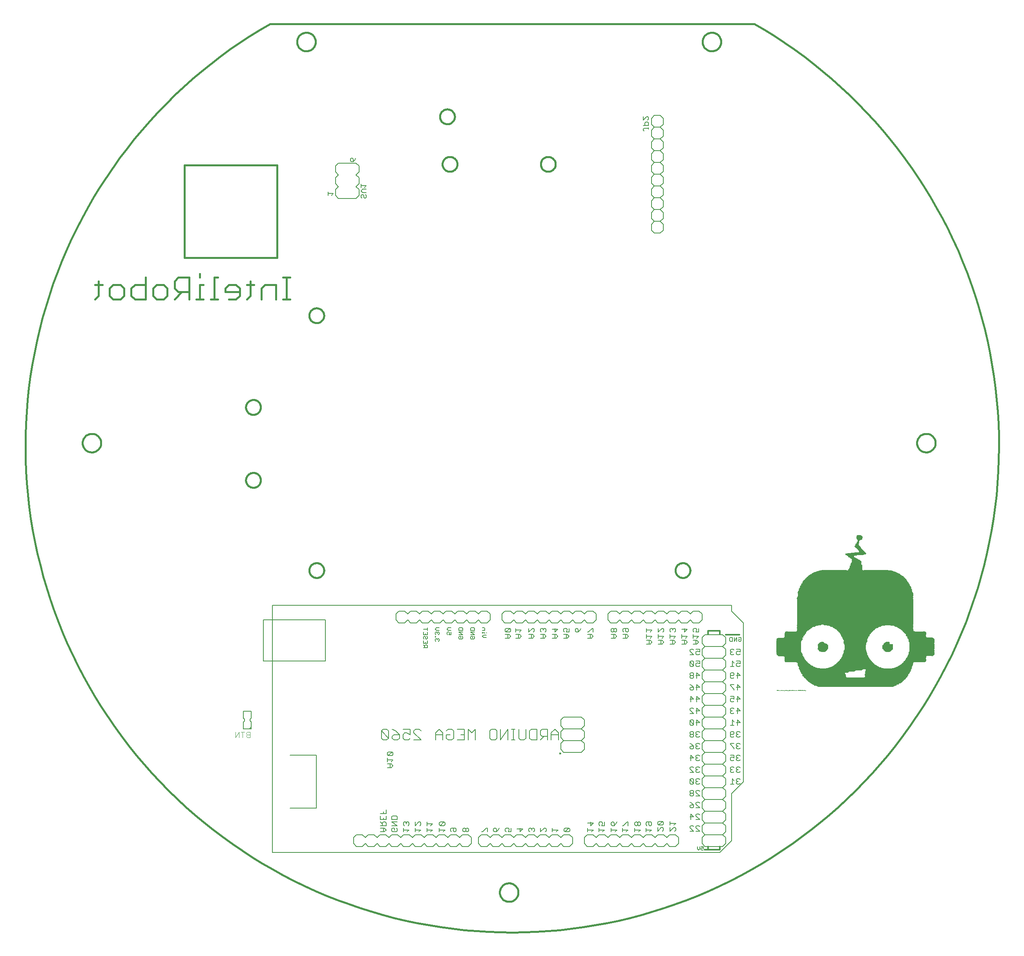
<source format=gbo>
G75*
%MOIN*%
%OFA0B0*%
%FSLAX24Y24*%
%IPPOS*%
%LPD*%
%AMOC8*
5,1,8,0,0,1.08239X$1,22.5*
%
%ADD10C,0.0160*%
%ADD11R,0.6240X0.0020*%
%ADD12R,0.6420X0.0020*%
%ADD13R,0.6480X0.0020*%
%ADD14R,0.6560X0.0020*%
%ADD15R,0.6640X0.0020*%
%ADD16R,0.6900X0.0020*%
%ADD17R,0.6980X0.0020*%
%ADD18R,0.7000X0.0020*%
%ADD19R,0.7020X0.0020*%
%ADD20R,0.7100X0.0020*%
%ADD21R,0.7280X0.0020*%
%ADD22R,0.7360X0.0020*%
%ADD23R,0.7380X0.0020*%
%ADD24R,0.7420X0.0020*%
%ADD25R,0.7460X0.0020*%
%ADD26R,0.7560X0.0020*%
%ADD27R,0.7680X0.0020*%
%ADD28R,0.7720X0.0020*%
%ADD29R,0.7760X0.0020*%
%ADD30R,0.7840X0.0020*%
%ADD31R,0.7920X0.0020*%
%ADD32R,0.7960X0.0020*%
%ADD33R,0.8000X0.0020*%
%ADD34R,0.8020X0.0020*%
%ADD35R,0.8060X0.0020*%
%ADD36R,0.8120X0.0020*%
%ADD37R,0.8160X0.0020*%
%ADD38R,0.8200X0.0020*%
%ADD39R,0.8220X0.0020*%
%ADD40R,0.8260X0.0020*%
%ADD41R,0.8320X0.0020*%
%ADD42R,0.8360X0.0020*%
%ADD43R,0.8400X0.0020*%
%ADD44R,0.8440X0.0020*%
%ADD45R,0.8480X0.0020*%
%ADD46R,0.8520X0.0020*%
%ADD47R,0.8560X0.0020*%
%ADD48R,0.8600X0.0020*%
%ADD49R,0.8620X0.0020*%
%ADD50R,0.8660X0.0020*%
%ADD51R,0.3600X0.0020*%
%ADD52R,0.3620X0.0020*%
%ADD53R,0.3660X0.0020*%
%ADD54R,0.3680X0.0020*%
%ADD55R,0.3640X0.0020*%
%ADD56R,0.3700X0.0020*%
%ADD57R,0.3720X0.0020*%
%ADD58R,0.3740X0.0020*%
%ADD59R,0.3760X0.0020*%
%ADD60R,0.3780X0.0020*%
%ADD61R,0.3840X0.0020*%
%ADD62R,0.3980X0.0020*%
%ADD63R,0.4020X0.0020*%
%ADD64R,0.4060X0.0020*%
%ADD65R,0.3800X0.0020*%
%ADD66R,0.4140X0.0020*%
%ADD67R,0.3820X0.0020*%
%ADD68R,0.4540X0.0020*%
%ADD69R,0.3860X0.0020*%
%ADD70R,0.4620X0.0020*%
%ADD71R,0.4660X0.0020*%
%ADD72R,0.4680X0.0020*%
%ADD73R,0.4740X0.0020*%
%ADD74R,0.5140X0.0020*%
%ADD75R,0.5240X0.0020*%
%ADD76R,0.5280X0.0020*%
%ADD77R,0.5340X0.0020*%
%ADD78R,0.5420X0.0020*%
%ADD79R,0.3880X0.0020*%
%ADD80R,0.9520X0.0020*%
%ADD81R,0.9560X0.0020*%
%ADD82R,0.9580X0.0020*%
%ADD83R,0.1840X0.0020*%
%ADD84R,0.0160X0.0020*%
%ADD85R,0.5060X0.0020*%
%ADD86R,0.0280X0.0020*%
%ADD87R,0.1800X0.0020*%
%ADD88R,0.1780X0.0020*%
%ADD89R,0.4860X0.0020*%
%ADD90R,0.1680X0.0020*%
%ADD91R,0.1540X0.0020*%
%ADD92R,0.1520X0.0020*%
%ADD93R,0.1460X0.0020*%
%ADD94R,0.4400X0.0020*%
%ADD95R,0.1420X0.0020*%
%ADD96R,0.4380X0.0020*%
%ADD97R,0.4320X0.0020*%
%ADD98R,0.1380X0.0020*%
%ADD99R,0.4160X0.0020*%
%ADD100R,0.1360X0.0020*%
%ADD101R,0.1280X0.0020*%
%ADD102R,0.1260X0.0020*%
%ADD103R,0.1240X0.0020*%
%ADD104R,0.3900X0.0020*%
%ADD105R,0.1220X0.0020*%
%ADD106R,0.1180X0.0020*%
%ADD107R,0.1160X0.0020*%
%ADD108R,0.1100X0.0020*%
%ADD109R,0.1120X0.0020*%
%ADD110R,0.3580X0.0020*%
%ADD111R,0.1080X0.0020*%
%ADD112R,0.3540X0.0020*%
%ADD113R,0.3500X0.0020*%
%ADD114R,0.1060X0.0020*%
%ADD115R,0.3440X0.0020*%
%ADD116R,0.1040X0.0020*%
%ADD117R,0.3360X0.0020*%
%ADD118R,0.1020X0.0020*%
%ADD119R,0.3280X0.0020*%
%ADD120R,0.1000X0.0020*%
%ADD121R,0.3260X0.0020*%
%ADD122R,0.0980X0.0020*%
%ADD123R,0.3220X0.0020*%
%ADD124R,0.0960X0.0020*%
%ADD125R,0.3180X0.0020*%
%ADD126R,0.0940X0.0020*%
%ADD127R,0.3120X0.0020*%
%ADD128R,0.0920X0.0020*%
%ADD129R,0.3080X0.0020*%
%ADD130R,0.0900X0.0020*%
%ADD131R,0.3060X0.0020*%
%ADD132R,0.0880X0.0020*%
%ADD133R,0.3020X0.0020*%
%ADD134R,0.2980X0.0020*%
%ADD135R,0.2920X0.0020*%
%ADD136R,0.1880X0.0020*%
%ADD137R,0.2880X0.0020*%
%ADD138R,0.1820X0.0020*%
%ADD139R,0.1860X0.0020*%
%ADD140R,0.2860X0.0020*%
%ADD141R,0.2820X0.0020*%
%ADD142R,0.2780X0.0020*%
%ADD143R,0.2740X0.0020*%
%ADD144R,0.2700X0.0020*%
%ADD145R,0.2660X0.0020*%
%ADD146R,0.2640X0.0020*%
%ADD147R,0.2600X0.0020*%
%ADD148R,0.1740X0.0020*%
%ADD149R,0.2580X0.0020*%
%ADD150R,0.1760X0.0020*%
%ADD151R,0.1720X0.0020*%
%ADD152R,0.2520X0.0020*%
%ADD153R,0.2480X0.0020*%
%ADD154R,0.1700X0.0020*%
%ADD155R,0.2460X0.0020*%
%ADD156R,0.2420X0.0020*%
%ADD157R,0.2400X0.0020*%
%ADD158R,0.1660X0.0020*%
%ADD159R,0.2380X0.0020*%
%ADD160R,0.1640X0.0020*%
%ADD161R,0.2320X0.0020*%
%ADD162R,0.2300X0.0020*%
%ADD163R,0.1620X0.0020*%
%ADD164R,0.2280X0.0020*%
%ADD165R,0.1600X0.0020*%
%ADD166R,0.2260X0.0020*%
%ADD167R,0.2240X0.0020*%
%ADD168R,0.2220X0.0020*%
%ADD169R,0.1980X0.0020*%
%ADD170R,0.2200X0.0020*%
%ADD171R,0.2060X0.0020*%
%ADD172R,0.2180X0.0020*%
%ADD173R,0.0040X0.0020*%
%ADD174R,0.2080X0.0020*%
%ADD175R,0.2160X0.0020*%
%ADD176R,0.2100X0.0020*%
%ADD177R,0.2120X0.0020*%
%ADD178R,0.2140X0.0020*%
%ADD179R,0.2040X0.0020*%
%ADD180R,0.2020X0.0020*%
%ADD181R,0.1960X0.0020*%
%ADD182R,0.1940X0.0020*%
%ADD183R,0.0340X0.0020*%
%ADD184R,0.0320X0.0020*%
%ADD185R,0.0460X0.0020*%
%ADD186R,0.0440X0.0020*%
%ADD187R,0.0540X0.0020*%
%ADD188R,0.1920X0.0020*%
%ADD189R,0.0500X0.0020*%
%ADD190R,0.0580X0.0020*%
%ADD191R,0.0520X0.0020*%
%ADD192R,0.0600X0.0020*%
%ADD193R,0.1900X0.0020*%
%ADD194R,0.0640X0.0020*%
%ADD195R,0.0680X0.0020*%
%ADD196R,0.0660X0.0020*%
%ADD197R,0.0700X0.0020*%
%ADD198R,0.0740X0.0020*%
%ADD199R,0.0720X0.0020*%
%ADD200R,0.0760X0.0020*%
%ADD201R,0.0800X0.0020*%
%ADD202R,0.0780X0.0020*%
%ADD203R,0.0840X0.0020*%
%ADD204R,0.0860X0.0020*%
%ADD205R,0.0820X0.0020*%
%ADD206R,0.0620X0.0020*%
%ADD207R,0.0480X0.0020*%
%ADD208R,0.0420X0.0020*%
%ADD209R,0.0400X0.0020*%
%ADD210R,0.0360X0.0020*%
%ADD211R,0.0220X0.0020*%
%ADD212R,0.0300X0.0020*%
%ADD213R,0.0120X0.0020*%
%ADD214R,0.2000X0.0020*%
%ADD215R,0.1580X0.0020*%
%ADD216R,0.2340X0.0020*%
%ADD217R,0.2440X0.0020*%
%ADD218R,0.2560X0.0020*%
%ADD219R,0.2620X0.0020*%
%ADD220R,0.2720X0.0020*%
%ADD221R,0.2760X0.0020*%
%ADD222R,0.2800X0.0020*%
%ADD223R,0.0080X0.0020*%
%ADD224R,0.2960X0.0020*%
%ADD225R,0.3000X0.0020*%
%ADD226R,0.3160X0.0020*%
%ADD227R,0.3200X0.0020*%
%ADD228R,0.3240X0.0020*%
%ADD229R,0.1140X0.0020*%
%ADD230R,0.3420X0.0020*%
%ADD231R,0.3460X0.0020*%
%ADD232R,0.3480X0.0020*%
%ADD233R,0.1300X0.0020*%
%ADD234R,0.1320X0.0020*%
%ADD235R,0.3920X0.0020*%
%ADD236R,0.4120X0.0020*%
%ADD237R,0.1480X0.0020*%
%ADD238R,0.4260X0.0020*%
%ADD239R,0.1560X0.0020*%
%ADD240R,0.4340X0.0020*%
%ADD241R,0.4460X0.0020*%
%ADD242R,0.4780X0.0020*%
%ADD243R,0.4920X0.0020*%
%ADD244R,0.5200X0.0020*%
%ADD245R,0.7580X0.0020*%
%ADD246R,0.7620X0.0020*%
%ADD247R,0.9860X0.0020*%
%ADD248R,0.9880X0.0020*%
%ADD249R,0.9840X0.0020*%
%ADD250R,0.9820X0.0020*%
%ADD251R,0.9800X0.0020*%
%ADD252R,0.9780X0.0020*%
%ADD253R,0.9740X0.0020*%
%ADD254R,0.9720X0.0020*%
%ADD255R,0.9700X0.0020*%
%ADD256R,0.9680X0.0020*%
%ADD257R,0.9660X0.0020*%
%ADD258R,0.9620X0.0020*%
%ADD259R,0.9600X0.0020*%
%ADD260R,0.9540X0.0020*%
%ADD261R,0.9480X0.0020*%
%ADD262R,0.9460X0.0020*%
%ADD263R,0.9440X0.0020*%
%ADD264R,0.9400X0.0020*%
%ADD265R,0.9380X0.0020*%
%ADD266R,0.9360X0.0020*%
%ADD267R,0.9320X0.0020*%
%ADD268R,0.9260X0.0020*%
%ADD269R,0.9220X0.0020*%
%ADD270R,0.9200X0.0020*%
%ADD271R,0.9180X0.0020*%
%ADD272R,0.9140X0.0020*%
%ADD273R,0.9080X0.0020*%
%ADD274R,0.9040X0.0020*%
%ADD275R,0.9020X0.0020*%
%ADD276R,0.9000X0.0020*%
%ADD277R,0.8980X0.0020*%
%ADD278R,0.8940X0.0020*%
%ADD279R,0.8920X0.0020*%
%ADD280R,0.8900X0.0020*%
%ADD281R,0.8880X0.0020*%
%ADD282R,0.8840X0.0020*%
%ADD283R,0.8820X0.0020*%
%ADD284R,0.8780X0.0020*%
%ADD285R,0.8740X0.0020*%
%ADD286R,0.8680X0.0020*%
%ADD287R,0.8640X0.0020*%
%ADD288R,0.8460X0.0020*%
%ADD289R,0.8420X0.0020*%
%ADD290R,0.8040X0.0020*%
%ADD291R,0.7980X0.0020*%
%ADD292R,0.7860X0.0020*%
%ADD293R,0.7660X0.0020*%
%ADD294R,0.7440X0.0020*%
%ADD295R,0.7340X0.0020*%
%ADD296R,0.7320X0.0020*%
%ADD297R,0.7200X0.0020*%
%ADD298R,0.7060X0.0020*%
%ADD299R,0.6960X0.0020*%
%ADD300R,0.6940X0.0020*%
%ADD301R,0.6880X0.0020*%
%ADD302R,0.6760X0.0020*%
%ADD303R,0.6400X0.0020*%
%ADD304R,0.6360X0.0020*%
%ADD305R,0.6280X0.0020*%
%ADD306R,0.6160X0.0020*%
%ADD307R,0.0560X0.0020*%
%ADD308R,0.0020X0.0020*%
%ADD309R,0.0380X0.0020*%
%ADD310R,0.0260X0.0020*%
%ADD311R,0.0240X0.0020*%
%ADD312R,0.0200X0.0020*%
%ADD313R,0.0180X0.0020*%
%ADD314R,0.0140X0.0020*%
%ADD315C,0.0000*%
%ADD316C,0.0080*%
%ADD317C,0.0060*%
%ADD318C,0.0120*%
%ADD319C,0.0050*%
%ADD320C,0.0010*%
%ADD321C,0.0040*%
D10*
X026639Y032780D02*
X026641Y032830D01*
X026647Y032880D01*
X026657Y032929D01*
X026671Y032977D01*
X026688Y033024D01*
X026709Y033069D01*
X026734Y033113D01*
X026762Y033154D01*
X026794Y033193D01*
X026828Y033230D01*
X026865Y033264D01*
X026905Y033294D01*
X026947Y033321D01*
X026991Y033345D01*
X027037Y033366D01*
X027084Y033382D01*
X027132Y033395D01*
X027182Y033404D01*
X027231Y033409D01*
X027282Y033410D01*
X027332Y033407D01*
X027381Y033400D01*
X027430Y033389D01*
X027478Y033374D01*
X027524Y033356D01*
X027569Y033334D01*
X027612Y033308D01*
X027653Y033279D01*
X027692Y033247D01*
X027728Y033212D01*
X027760Y033174D01*
X027790Y033134D01*
X027817Y033091D01*
X027840Y033047D01*
X027859Y033001D01*
X027875Y032953D01*
X027887Y032904D01*
X027895Y032855D01*
X027899Y032805D01*
X027899Y032755D01*
X027895Y032705D01*
X027887Y032656D01*
X027875Y032607D01*
X027859Y032559D01*
X027840Y032513D01*
X027817Y032469D01*
X027790Y032426D01*
X027760Y032386D01*
X027728Y032348D01*
X027692Y032313D01*
X027653Y032281D01*
X027612Y032252D01*
X027569Y032226D01*
X027524Y032204D01*
X027478Y032186D01*
X027430Y032171D01*
X027381Y032160D01*
X027332Y032153D01*
X027282Y032150D01*
X027231Y032151D01*
X027182Y032156D01*
X027132Y032165D01*
X027084Y032178D01*
X027037Y032194D01*
X026991Y032215D01*
X026947Y032239D01*
X026905Y032266D01*
X026865Y032296D01*
X026828Y032330D01*
X026794Y032367D01*
X026762Y032406D01*
X026734Y032447D01*
X026709Y032491D01*
X026688Y032536D01*
X026671Y032583D01*
X026657Y032631D01*
X026647Y032680D01*
X026641Y032730D01*
X026639Y032780D01*
X021261Y040446D02*
X021263Y040496D01*
X021269Y040546D01*
X021279Y040595D01*
X021293Y040643D01*
X021310Y040690D01*
X021331Y040735D01*
X021356Y040779D01*
X021384Y040820D01*
X021416Y040859D01*
X021450Y040896D01*
X021487Y040930D01*
X021527Y040960D01*
X021569Y040987D01*
X021613Y041011D01*
X021659Y041032D01*
X021706Y041048D01*
X021754Y041061D01*
X021804Y041070D01*
X021853Y041075D01*
X021904Y041076D01*
X021954Y041073D01*
X022003Y041066D01*
X022052Y041055D01*
X022100Y041040D01*
X022146Y041022D01*
X022191Y041000D01*
X022234Y040974D01*
X022275Y040945D01*
X022314Y040913D01*
X022350Y040878D01*
X022382Y040840D01*
X022412Y040800D01*
X022439Y040757D01*
X022462Y040713D01*
X022481Y040667D01*
X022497Y040619D01*
X022509Y040570D01*
X022517Y040521D01*
X022521Y040471D01*
X022521Y040421D01*
X022517Y040371D01*
X022509Y040322D01*
X022497Y040273D01*
X022481Y040225D01*
X022462Y040179D01*
X022439Y040135D01*
X022412Y040092D01*
X022382Y040052D01*
X022350Y040014D01*
X022314Y039979D01*
X022275Y039947D01*
X022234Y039918D01*
X022191Y039892D01*
X022146Y039870D01*
X022100Y039852D01*
X022052Y039837D01*
X022003Y039826D01*
X021954Y039819D01*
X021904Y039816D01*
X021853Y039817D01*
X021804Y039822D01*
X021754Y039831D01*
X021706Y039844D01*
X021659Y039860D01*
X021613Y039881D01*
X021569Y039905D01*
X021527Y039932D01*
X021487Y039962D01*
X021450Y039996D01*
X021416Y040033D01*
X021384Y040072D01*
X021356Y040113D01*
X021331Y040157D01*
X021310Y040202D01*
X021293Y040249D01*
X021279Y040297D01*
X021269Y040346D01*
X021263Y040396D01*
X021261Y040446D01*
X021261Y046643D02*
X021263Y046693D01*
X021269Y046743D01*
X021279Y046792D01*
X021293Y046840D01*
X021310Y046887D01*
X021331Y046932D01*
X021356Y046976D01*
X021384Y047017D01*
X021416Y047056D01*
X021450Y047093D01*
X021487Y047127D01*
X021527Y047157D01*
X021569Y047184D01*
X021613Y047208D01*
X021659Y047229D01*
X021706Y047245D01*
X021754Y047258D01*
X021804Y047267D01*
X021853Y047272D01*
X021904Y047273D01*
X021954Y047270D01*
X022003Y047263D01*
X022052Y047252D01*
X022100Y047237D01*
X022146Y047219D01*
X022191Y047197D01*
X022234Y047171D01*
X022275Y047142D01*
X022314Y047110D01*
X022350Y047075D01*
X022382Y047037D01*
X022412Y046997D01*
X022439Y046954D01*
X022462Y046910D01*
X022481Y046864D01*
X022497Y046816D01*
X022509Y046767D01*
X022517Y046718D01*
X022521Y046668D01*
X022521Y046618D01*
X022517Y046568D01*
X022509Y046519D01*
X022497Y046470D01*
X022481Y046422D01*
X022462Y046376D01*
X022439Y046332D01*
X022412Y046289D01*
X022382Y046249D01*
X022350Y046211D01*
X022314Y046176D01*
X022275Y046144D01*
X022234Y046115D01*
X022191Y046089D01*
X022146Y046067D01*
X022100Y046049D01*
X022052Y046034D01*
X022003Y046023D01*
X021954Y046016D01*
X021904Y046013D01*
X021853Y046014D01*
X021804Y046019D01*
X021754Y046028D01*
X021706Y046041D01*
X021659Y046057D01*
X021613Y046078D01*
X021569Y046102D01*
X021527Y046129D01*
X021487Y046159D01*
X021450Y046193D01*
X021416Y046230D01*
X021384Y046269D01*
X021356Y046310D01*
X021331Y046354D01*
X021310Y046399D01*
X021293Y046446D01*
X021279Y046494D01*
X021269Y046543D01*
X021263Y046593D01*
X021261Y046643D01*
X026639Y054434D02*
X026641Y054484D01*
X026647Y054534D01*
X026657Y054583D01*
X026671Y054631D01*
X026688Y054678D01*
X026709Y054723D01*
X026734Y054767D01*
X026762Y054808D01*
X026794Y054847D01*
X026828Y054884D01*
X026865Y054918D01*
X026905Y054948D01*
X026947Y054975D01*
X026991Y054999D01*
X027037Y055020D01*
X027084Y055036D01*
X027132Y055049D01*
X027182Y055058D01*
X027231Y055063D01*
X027282Y055064D01*
X027332Y055061D01*
X027381Y055054D01*
X027430Y055043D01*
X027478Y055028D01*
X027524Y055010D01*
X027569Y054988D01*
X027612Y054962D01*
X027653Y054933D01*
X027692Y054901D01*
X027728Y054866D01*
X027760Y054828D01*
X027790Y054788D01*
X027817Y054745D01*
X027840Y054701D01*
X027859Y054655D01*
X027875Y054607D01*
X027887Y054558D01*
X027895Y054509D01*
X027899Y054459D01*
X027899Y054409D01*
X027895Y054359D01*
X027887Y054310D01*
X027875Y054261D01*
X027859Y054213D01*
X027840Y054167D01*
X027817Y054123D01*
X027790Y054080D01*
X027760Y054040D01*
X027728Y054002D01*
X027692Y053967D01*
X027653Y053935D01*
X027612Y053906D01*
X027569Y053880D01*
X027524Y053858D01*
X027478Y053840D01*
X027430Y053825D01*
X027381Y053814D01*
X027332Y053807D01*
X027282Y053804D01*
X027231Y053805D01*
X027182Y053810D01*
X027132Y053819D01*
X027084Y053832D01*
X027037Y053848D01*
X026991Y053869D01*
X026947Y053893D01*
X026905Y053920D01*
X026865Y053950D01*
X026828Y053984D01*
X026794Y054021D01*
X026762Y054060D01*
X026734Y054101D01*
X026709Y054145D01*
X026688Y054190D01*
X026671Y054237D01*
X026657Y054285D01*
X026647Y054334D01*
X026641Y054384D01*
X026639Y054434D01*
X025029Y055822D02*
X024415Y055822D01*
X024722Y055822D02*
X024722Y057664D01*
X025029Y057664D02*
X024415Y057664D01*
X023802Y057050D02*
X022881Y057050D01*
X022574Y056743D01*
X022574Y055822D01*
X021653Y056129D02*
X021346Y055822D01*
X021653Y056129D02*
X021653Y057357D01*
X021960Y057050D02*
X021346Y057050D01*
X020732Y056743D02*
X020732Y056129D01*
X020425Y055822D01*
X019812Y055822D01*
X019505Y056436D02*
X020732Y056436D01*
X020732Y056743D02*
X020425Y057050D01*
X019812Y057050D01*
X019505Y056743D01*
X019505Y056436D01*
X018891Y055822D02*
X018277Y055822D01*
X018584Y055822D02*
X018584Y057664D01*
X018891Y057664D01*
X017663Y057050D02*
X017356Y057050D01*
X017356Y055822D01*
X017663Y055822D02*
X017049Y055822D01*
X016435Y055822D02*
X016435Y057664D01*
X015515Y057664D01*
X015208Y057357D01*
X015208Y056743D01*
X015515Y056436D01*
X016435Y056436D01*
X015821Y056436D02*
X015208Y055822D01*
X014594Y056129D02*
X014287Y055822D01*
X013673Y055822D01*
X013366Y056129D01*
X013366Y056743D01*
X013673Y057050D01*
X014287Y057050D01*
X014594Y056743D01*
X014594Y056129D01*
X012752Y055822D02*
X012752Y057664D01*
X012752Y057050D02*
X011831Y057050D01*
X011524Y056743D01*
X011524Y056129D01*
X011831Y055822D01*
X012752Y055822D01*
X010911Y056129D02*
X010911Y056743D01*
X010604Y057050D01*
X009990Y057050D01*
X009683Y056743D01*
X009683Y056129D01*
X009990Y055822D01*
X010604Y055822D01*
X010911Y056129D01*
X009069Y057050D02*
X008455Y057050D01*
X008762Y057357D02*
X008762Y056129D01*
X008455Y055822D01*
X016048Y059355D02*
X023922Y059355D01*
X023922Y067229D01*
X016048Y067229D01*
X016048Y059355D01*
X017356Y057971D02*
X017356Y057664D01*
X023802Y057050D02*
X023802Y055822D01*
X037953Y067296D02*
X037955Y067346D01*
X037961Y067396D01*
X037971Y067445D01*
X037985Y067493D01*
X038002Y067540D01*
X038023Y067585D01*
X038048Y067629D01*
X038076Y067670D01*
X038108Y067709D01*
X038142Y067746D01*
X038179Y067780D01*
X038219Y067810D01*
X038261Y067837D01*
X038305Y067861D01*
X038351Y067882D01*
X038398Y067898D01*
X038446Y067911D01*
X038496Y067920D01*
X038545Y067925D01*
X038596Y067926D01*
X038646Y067923D01*
X038695Y067916D01*
X038744Y067905D01*
X038792Y067890D01*
X038838Y067872D01*
X038883Y067850D01*
X038926Y067824D01*
X038967Y067795D01*
X039006Y067763D01*
X039042Y067728D01*
X039074Y067690D01*
X039104Y067650D01*
X039131Y067607D01*
X039154Y067563D01*
X039173Y067517D01*
X039189Y067469D01*
X039201Y067420D01*
X039209Y067371D01*
X039213Y067321D01*
X039213Y067271D01*
X039209Y067221D01*
X039201Y067172D01*
X039189Y067123D01*
X039173Y067075D01*
X039154Y067029D01*
X039131Y066985D01*
X039104Y066942D01*
X039074Y066902D01*
X039042Y066864D01*
X039006Y066829D01*
X038967Y066797D01*
X038926Y066768D01*
X038883Y066742D01*
X038838Y066720D01*
X038792Y066702D01*
X038744Y066687D01*
X038695Y066676D01*
X038646Y066669D01*
X038596Y066666D01*
X038545Y066667D01*
X038496Y066672D01*
X038446Y066681D01*
X038398Y066694D01*
X038351Y066710D01*
X038305Y066731D01*
X038261Y066755D01*
X038219Y066782D01*
X038179Y066812D01*
X038142Y066846D01*
X038108Y066883D01*
X038076Y066922D01*
X038048Y066963D01*
X038023Y067007D01*
X038002Y067052D01*
X037985Y067099D01*
X037971Y067147D01*
X037961Y067196D01*
X037955Y067246D01*
X037953Y067296D01*
X037741Y071335D02*
X037743Y071385D01*
X037749Y071435D01*
X037759Y071484D01*
X037773Y071532D01*
X037790Y071579D01*
X037811Y071624D01*
X037836Y071668D01*
X037864Y071709D01*
X037896Y071748D01*
X037930Y071785D01*
X037967Y071819D01*
X038007Y071849D01*
X038049Y071876D01*
X038093Y071900D01*
X038139Y071921D01*
X038186Y071937D01*
X038234Y071950D01*
X038284Y071959D01*
X038333Y071964D01*
X038384Y071965D01*
X038434Y071962D01*
X038483Y071955D01*
X038532Y071944D01*
X038580Y071929D01*
X038626Y071911D01*
X038671Y071889D01*
X038714Y071863D01*
X038755Y071834D01*
X038794Y071802D01*
X038830Y071767D01*
X038862Y071729D01*
X038892Y071689D01*
X038919Y071646D01*
X038942Y071602D01*
X038961Y071556D01*
X038977Y071508D01*
X038989Y071459D01*
X038997Y071410D01*
X039001Y071360D01*
X039001Y071310D01*
X038997Y071260D01*
X038989Y071211D01*
X038977Y071162D01*
X038961Y071114D01*
X038942Y071068D01*
X038919Y071024D01*
X038892Y070981D01*
X038862Y070941D01*
X038830Y070903D01*
X038794Y070868D01*
X038755Y070836D01*
X038714Y070807D01*
X038671Y070781D01*
X038626Y070759D01*
X038580Y070741D01*
X038532Y070726D01*
X038483Y070715D01*
X038434Y070708D01*
X038384Y070705D01*
X038333Y070706D01*
X038284Y070711D01*
X038234Y070720D01*
X038186Y070733D01*
X038139Y070749D01*
X038093Y070770D01*
X038049Y070794D01*
X038007Y070821D01*
X037967Y070851D01*
X037930Y070885D01*
X037896Y070922D01*
X037864Y070961D01*
X037836Y071002D01*
X037811Y071046D01*
X037790Y071091D01*
X037773Y071138D01*
X037759Y071186D01*
X037749Y071235D01*
X037743Y071285D01*
X037741Y071335D01*
X046300Y067296D02*
X046302Y067346D01*
X046308Y067396D01*
X046318Y067445D01*
X046332Y067493D01*
X046349Y067540D01*
X046370Y067585D01*
X046395Y067629D01*
X046423Y067670D01*
X046455Y067709D01*
X046489Y067746D01*
X046526Y067780D01*
X046566Y067810D01*
X046608Y067837D01*
X046652Y067861D01*
X046698Y067882D01*
X046745Y067898D01*
X046793Y067911D01*
X046843Y067920D01*
X046892Y067925D01*
X046943Y067926D01*
X046993Y067923D01*
X047042Y067916D01*
X047091Y067905D01*
X047139Y067890D01*
X047185Y067872D01*
X047230Y067850D01*
X047273Y067824D01*
X047314Y067795D01*
X047353Y067763D01*
X047389Y067728D01*
X047421Y067690D01*
X047451Y067650D01*
X047478Y067607D01*
X047501Y067563D01*
X047520Y067517D01*
X047536Y067469D01*
X047548Y067420D01*
X047556Y067371D01*
X047560Y067321D01*
X047560Y067271D01*
X047556Y067221D01*
X047548Y067172D01*
X047536Y067123D01*
X047520Y067075D01*
X047501Y067029D01*
X047478Y066985D01*
X047451Y066942D01*
X047421Y066902D01*
X047389Y066864D01*
X047353Y066829D01*
X047314Y066797D01*
X047273Y066768D01*
X047230Y066742D01*
X047185Y066720D01*
X047139Y066702D01*
X047091Y066687D01*
X047042Y066676D01*
X046993Y066669D01*
X046943Y066666D01*
X046892Y066667D01*
X046843Y066672D01*
X046793Y066681D01*
X046745Y066694D01*
X046698Y066710D01*
X046652Y066731D01*
X046608Y066755D01*
X046566Y066782D01*
X046526Y066812D01*
X046489Y066846D01*
X046455Y066883D01*
X046423Y066922D01*
X046395Y066963D01*
X046370Y067007D01*
X046349Y067052D01*
X046332Y067099D01*
X046318Y067147D01*
X046308Y067196D01*
X046302Y067246D01*
X046300Y067296D01*
X060037Y077694D02*
X060039Y077750D01*
X060045Y077805D01*
X060055Y077859D01*
X060068Y077913D01*
X060086Y077966D01*
X060107Y078017D01*
X060131Y078067D01*
X060159Y078115D01*
X060191Y078161D01*
X060225Y078205D01*
X060263Y078246D01*
X060303Y078284D01*
X060346Y078319D01*
X060391Y078351D01*
X060439Y078380D01*
X060488Y078406D01*
X060539Y078428D01*
X060591Y078446D01*
X060645Y078460D01*
X060700Y078471D01*
X060755Y078478D01*
X060810Y078481D01*
X060866Y078480D01*
X060921Y078475D01*
X060976Y078466D01*
X061030Y078454D01*
X061083Y078437D01*
X061135Y078417D01*
X061185Y078393D01*
X061233Y078366D01*
X061280Y078336D01*
X061324Y078302D01*
X061366Y078265D01*
X061404Y078225D01*
X061441Y078183D01*
X061474Y078138D01*
X061503Y078092D01*
X061530Y078043D01*
X061552Y077992D01*
X061572Y077940D01*
X061587Y077886D01*
X061599Y077832D01*
X061607Y077777D01*
X061611Y077722D01*
X061611Y077666D01*
X061607Y077611D01*
X061599Y077556D01*
X061587Y077502D01*
X061572Y077448D01*
X061552Y077396D01*
X061530Y077345D01*
X061503Y077296D01*
X061474Y077250D01*
X061441Y077205D01*
X061404Y077163D01*
X061366Y077123D01*
X061324Y077086D01*
X061280Y077052D01*
X061233Y077022D01*
X061185Y076995D01*
X061135Y076971D01*
X061083Y076951D01*
X061030Y076934D01*
X060976Y076922D01*
X060921Y076913D01*
X060866Y076908D01*
X060810Y076907D01*
X060755Y076910D01*
X060700Y076917D01*
X060645Y076928D01*
X060591Y076942D01*
X060539Y076960D01*
X060488Y076982D01*
X060439Y077008D01*
X060391Y077037D01*
X060346Y077069D01*
X060303Y077104D01*
X060263Y077142D01*
X060225Y077183D01*
X060191Y077227D01*
X060159Y077273D01*
X060131Y077321D01*
X060107Y077371D01*
X060086Y077422D01*
X060068Y077475D01*
X060055Y077529D01*
X060045Y077583D01*
X060039Y077638D01*
X060037Y077694D01*
X064438Y079225D02*
X023304Y079225D01*
X025604Y077694D02*
X025606Y077750D01*
X025612Y077805D01*
X025622Y077859D01*
X025635Y077913D01*
X025653Y077966D01*
X025674Y078017D01*
X025698Y078067D01*
X025726Y078115D01*
X025758Y078161D01*
X025792Y078205D01*
X025830Y078246D01*
X025870Y078284D01*
X025913Y078319D01*
X025958Y078351D01*
X026006Y078380D01*
X026055Y078406D01*
X026106Y078428D01*
X026158Y078446D01*
X026212Y078460D01*
X026267Y078471D01*
X026322Y078478D01*
X026377Y078481D01*
X026433Y078480D01*
X026488Y078475D01*
X026543Y078466D01*
X026597Y078454D01*
X026650Y078437D01*
X026702Y078417D01*
X026752Y078393D01*
X026800Y078366D01*
X026847Y078336D01*
X026891Y078302D01*
X026933Y078265D01*
X026971Y078225D01*
X027008Y078183D01*
X027041Y078138D01*
X027070Y078092D01*
X027097Y078043D01*
X027119Y077992D01*
X027139Y077940D01*
X027154Y077886D01*
X027166Y077832D01*
X027174Y077777D01*
X027178Y077722D01*
X027178Y077666D01*
X027174Y077611D01*
X027166Y077556D01*
X027154Y077502D01*
X027139Y077448D01*
X027119Y077396D01*
X027097Y077345D01*
X027070Y077296D01*
X027041Y077250D01*
X027008Y077205D01*
X026971Y077163D01*
X026933Y077123D01*
X026891Y077086D01*
X026847Y077052D01*
X026800Y077022D01*
X026752Y076995D01*
X026702Y076971D01*
X026650Y076951D01*
X026597Y076934D01*
X026543Y076922D01*
X026488Y076913D01*
X026433Y076908D01*
X026377Y076907D01*
X026322Y076910D01*
X026267Y076917D01*
X026212Y076928D01*
X026158Y076942D01*
X026106Y076960D01*
X026055Y076982D01*
X026006Y077008D01*
X025958Y077037D01*
X025913Y077069D01*
X025870Y077104D01*
X025830Y077142D01*
X025792Y077183D01*
X025758Y077227D01*
X025726Y077273D01*
X025698Y077321D01*
X025674Y077371D01*
X025653Y077422D01*
X025635Y077475D01*
X025622Y077529D01*
X025612Y077583D01*
X025606Y077638D01*
X025604Y077694D01*
X007387Y043607D02*
X007389Y043663D01*
X007395Y043718D01*
X007405Y043772D01*
X007418Y043826D01*
X007436Y043879D01*
X007457Y043930D01*
X007481Y043980D01*
X007509Y044028D01*
X007541Y044074D01*
X007575Y044118D01*
X007613Y044159D01*
X007653Y044197D01*
X007696Y044232D01*
X007741Y044264D01*
X007789Y044293D01*
X007838Y044319D01*
X007889Y044341D01*
X007941Y044359D01*
X007995Y044373D01*
X008050Y044384D01*
X008105Y044391D01*
X008160Y044394D01*
X008216Y044393D01*
X008271Y044388D01*
X008326Y044379D01*
X008380Y044367D01*
X008433Y044350D01*
X008485Y044330D01*
X008535Y044306D01*
X008583Y044279D01*
X008630Y044249D01*
X008674Y044215D01*
X008716Y044178D01*
X008754Y044138D01*
X008791Y044096D01*
X008824Y044051D01*
X008853Y044005D01*
X008880Y043956D01*
X008902Y043905D01*
X008922Y043853D01*
X008937Y043799D01*
X008949Y043745D01*
X008957Y043690D01*
X008961Y043635D01*
X008961Y043579D01*
X008957Y043524D01*
X008949Y043469D01*
X008937Y043415D01*
X008922Y043361D01*
X008902Y043309D01*
X008880Y043258D01*
X008853Y043209D01*
X008824Y043163D01*
X008791Y043118D01*
X008754Y043076D01*
X008716Y043036D01*
X008674Y042999D01*
X008630Y042965D01*
X008583Y042935D01*
X008535Y042908D01*
X008485Y042884D01*
X008433Y042864D01*
X008380Y042847D01*
X008326Y042835D01*
X008271Y042826D01*
X008216Y042821D01*
X008160Y042820D01*
X008105Y042823D01*
X008050Y042830D01*
X007995Y042841D01*
X007941Y042855D01*
X007889Y042873D01*
X007838Y042895D01*
X007789Y042921D01*
X007741Y042950D01*
X007696Y042982D01*
X007653Y043017D01*
X007613Y043055D01*
X007575Y043096D01*
X007541Y043140D01*
X007509Y043186D01*
X007481Y043234D01*
X007457Y043284D01*
X007436Y043335D01*
X007418Y043388D01*
X007405Y043442D01*
X007395Y043496D01*
X007389Y043551D01*
X007387Y043607D01*
X023304Y079226D02*
X022432Y078711D01*
X021573Y078175D01*
X020727Y077619D01*
X019895Y077042D01*
X019077Y076444D01*
X018274Y075827D01*
X017487Y075191D01*
X016716Y074535D01*
X015960Y073860D01*
X015222Y073168D01*
X014501Y072457D01*
X013797Y071729D01*
X013111Y070984D01*
X012444Y070222D01*
X011796Y069445D01*
X011167Y068651D01*
X010557Y067843D01*
X009968Y067019D01*
X009399Y066182D01*
X008850Y065331D01*
X008323Y064467D01*
X007817Y063590D01*
X007332Y062701D01*
X006870Y061800D01*
X006429Y060888D01*
X006011Y059966D01*
X005616Y059034D01*
X005244Y058092D01*
X004895Y057142D01*
X004569Y056183D01*
X004267Y055216D01*
X003989Y054243D01*
X003734Y053263D01*
X003504Y052277D01*
X003298Y051286D01*
X003116Y050289D01*
X002959Y049289D01*
X002826Y048285D01*
X002718Y047279D01*
X002634Y046270D01*
X002575Y045259D01*
X002541Y044247D01*
X002532Y043234D01*
X002548Y042222D01*
X002588Y041210D01*
X002653Y040200D01*
X002743Y039191D01*
X002858Y038185D01*
X002997Y037182D01*
X003161Y036183D01*
X003349Y035188D01*
X003561Y034198D01*
X003798Y033214D01*
X004059Y032235D01*
X004343Y031264D01*
X004651Y030299D01*
X004983Y029343D01*
X005338Y028394D01*
X005717Y027455D01*
X006118Y026525D01*
X006542Y025606D01*
X006988Y024697D01*
X007456Y023799D01*
X007946Y022913D01*
X008458Y022039D01*
X008991Y021179D01*
X009545Y020331D01*
X010119Y019497D01*
X010714Y018678D01*
X011328Y017873D01*
X011963Y017084D01*
X012616Y016310D01*
X013288Y015553D01*
X013978Y014812D01*
X014686Y014088D01*
X015412Y013382D01*
X016155Y012694D01*
X016915Y012025D01*
X017690Y011374D01*
X018482Y010742D01*
X019288Y010130D01*
X020110Y009538D01*
X020945Y008966D01*
X021795Y008415D01*
X022657Y007885D01*
X023533Y007376D01*
X024420Y006889D01*
X025319Y006423D01*
X026230Y005980D01*
X027151Y005559D01*
X028082Y005161D01*
X029022Y004786D01*
X029971Y004434D01*
X030929Y004105D01*
X031895Y003800D01*
X032867Y003518D01*
X033846Y003261D01*
X034832Y003027D01*
X035822Y002818D01*
X036818Y002633D01*
X037818Y002473D01*
X038821Y002337D01*
X039827Y002225D01*
X040836Y002139D01*
X041847Y002077D01*
X042859Y002039D01*
X043871Y002027D01*
X044883Y002039D01*
X045895Y002077D01*
X046906Y002139D01*
X047915Y002225D01*
X048921Y002337D01*
X049924Y002473D01*
X050924Y002633D01*
X051920Y002818D01*
X052910Y003027D01*
X053896Y003261D01*
X054875Y003518D01*
X055847Y003800D01*
X056813Y004105D01*
X057771Y004434D01*
X058720Y004786D01*
X059660Y005161D01*
X060591Y005559D01*
X061512Y005980D01*
X062423Y006423D01*
X063322Y006889D01*
X064209Y007376D01*
X065085Y007885D01*
X065947Y008415D01*
X066797Y008966D01*
X067632Y009538D01*
X068454Y010130D01*
X069260Y010742D01*
X070052Y011374D01*
X070827Y012025D01*
X071587Y012694D01*
X072330Y013382D01*
X073056Y014088D01*
X073764Y014812D01*
X074454Y015553D01*
X075126Y016310D01*
X075779Y017084D01*
X076414Y017873D01*
X077028Y018678D01*
X077623Y019497D01*
X078197Y020331D01*
X078751Y021179D01*
X079284Y022039D01*
X079796Y022913D01*
X080286Y023799D01*
X080754Y024697D01*
X081200Y025606D01*
X081624Y026525D01*
X082025Y027455D01*
X082404Y028394D01*
X082759Y029343D01*
X083091Y030299D01*
X083399Y031264D01*
X083683Y032235D01*
X083944Y033214D01*
X084181Y034198D01*
X084393Y035188D01*
X084581Y036183D01*
X084745Y037182D01*
X084884Y038185D01*
X084999Y039191D01*
X085089Y040200D01*
X085154Y041210D01*
X085194Y042222D01*
X085210Y043234D01*
X085201Y044247D01*
X085167Y045259D01*
X085108Y046270D01*
X085024Y047279D01*
X084916Y048285D01*
X084783Y049289D01*
X084626Y050289D01*
X084444Y051286D01*
X084238Y052277D01*
X084008Y053263D01*
X083753Y054243D01*
X083475Y055216D01*
X083173Y056183D01*
X082847Y057142D01*
X082498Y058092D01*
X082126Y059034D01*
X081731Y059966D01*
X081313Y060888D01*
X080872Y061800D01*
X080410Y062701D01*
X079925Y063590D01*
X079419Y064467D01*
X078892Y065331D01*
X078343Y066182D01*
X077774Y067019D01*
X077185Y067843D01*
X076575Y068651D01*
X075946Y069445D01*
X075298Y070222D01*
X074631Y070984D01*
X073945Y071729D01*
X073241Y072457D01*
X072520Y073168D01*
X071782Y073860D01*
X071026Y074535D01*
X070255Y075191D01*
X069468Y075827D01*
X068665Y076444D01*
X067847Y077042D01*
X067015Y077619D01*
X066169Y078175D01*
X065310Y078711D01*
X064438Y079226D01*
X078253Y043607D02*
X078255Y043663D01*
X078261Y043718D01*
X078271Y043772D01*
X078284Y043826D01*
X078302Y043879D01*
X078323Y043930D01*
X078347Y043980D01*
X078375Y044028D01*
X078407Y044074D01*
X078441Y044118D01*
X078479Y044159D01*
X078519Y044197D01*
X078562Y044232D01*
X078607Y044264D01*
X078655Y044293D01*
X078704Y044319D01*
X078755Y044341D01*
X078807Y044359D01*
X078861Y044373D01*
X078916Y044384D01*
X078971Y044391D01*
X079026Y044394D01*
X079082Y044393D01*
X079137Y044388D01*
X079192Y044379D01*
X079246Y044367D01*
X079299Y044350D01*
X079351Y044330D01*
X079401Y044306D01*
X079449Y044279D01*
X079496Y044249D01*
X079540Y044215D01*
X079582Y044178D01*
X079620Y044138D01*
X079657Y044096D01*
X079690Y044051D01*
X079719Y044005D01*
X079746Y043956D01*
X079768Y043905D01*
X079788Y043853D01*
X079803Y043799D01*
X079815Y043745D01*
X079823Y043690D01*
X079827Y043635D01*
X079827Y043579D01*
X079823Y043524D01*
X079815Y043469D01*
X079803Y043415D01*
X079788Y043361D01*
X079768Y043309D01*
X079746Y043258D01*
X079719Y043209D01*
X079690Y043163D01*
X079657Y043118D01*
X079620Y043076D01*
X079582Y043036D01*
X079540Y042999D01*
X079496Y042965D01*
X079449Y042935D01*
X079401Y042908D01*
X079351Y042884D01*
X079299Y042864D01*
X079246Y042847D01*
X079192Y042835D01*
X079137Y042826D01*
X079082Y042821D01*
X079026Y042820D01*
X078971Y042823D01*
X078916Y042830D01*
X078861Y042841D01*
X078807Y042855D01*
X078755Y042873D01*
X078704Y042895D01*
X078655Y042921D01*
X078607Y042950D01*
X078562Y042982D01*
X078519Y043017D01*
X078479Y043055D01*
X078441Y043096D01*
X078407Y043140D01*
X078375Y043186D01*
X078347Y043234D01*
X078323Y043284D01*
X078302Y043335D01*
X078284Y043388D01*
X078271Y043442D01*
X078261Y043496D01*
X078255Y043551D01*
X078253Y043607D01*
X057741Y032780D02*
X057743Y032830D01*
X057749Y032880D01*
X057759Y032929D01*
X057773Y032977D01*
X057790Y033024D01*
X057811Y033069D01*
X057836Y033113D01*
X057864Y033154D01*
X057896Y033193D01*
X057930Y033230D01*
X057967Y033264D01*
X058007Y033294D01*
X058049Y033321D01*
X058093Y033345D01*
X058139Y033366D01*
X058186Y033382D01*
X058234Y033395D01*
X058284Y033404D01*
X058333Y033409D01*
X058384Y033410D01*
X058434Y033407D01*
X058483Y033400D01*
X058532Y033389D01*
X058580Y033374D01*
X058626Y033356D01*
X058671Y033334D01*
X058714Y033308D01*
X058755Y033279D01*
X058794Y033247D01*
X058830Y033212D01*
X058862Y033174D01*
X058892Y033134D01*
X058919Y033091D01*
X058942Y033047D01*
X058961Y033001D01*
X058977Y032953D01*
X058989Y032904D01*
X058997Y032855D01*
X059001Y032805D01*
X059001Y032755D01*
X058997Y032705D01*
X058989Y032656D01*
X058977Y032607D01*
X058961Y032559D01*
X058942Y032513D01*
X058919Y032469D01*
X058892Y032426D01*
X058862Y032386D01*
X058830Y032348D01*
X058794Y032313D01*
X058755Y032281D01*
X058714Y032252D01*
X058671Y032226D01*
X058626Y032204D01*
X058580Y032186D01*
X058532Y032171D01*
X058483Y032160D01*
X058434Y032153D01*
X058384Y032150D01*
X058333Y032151D01*
X058284Y032156D01*
X058234Y032165D01*
X058186Y032178D01*
X058139Y032194D01*
X058093Y032215D01*
X058049Y032239D01*
X058007Y032266D01*
X057967Y032296D01*
X057930Y032330D01*
X057896Y032367D01*
X057864Y032406D01*
X057836Y032447D01*
X057811Y032491D01*
X057790Y032536D01*
X057773Y032583D01*
X057759Y032631D01*
X057749Y032680D01*
X057743Y032730D01*
X057741Y032780D01*
X042820Y005418D02*
X042822Y005474D01*
X042828Y005529D01*
X042838Y005583D01*
X042851Y005637D01*
X042869Y005690D01*
X042890Y005741D01*
X042914Y005791D01*
X042942Y005839D01*
X042974Y005885D01*
X043008Y005929D01*
X043046Y005970D01*
X043086Y006008D01*
X043129Y006043D01*
X043174Y006075D01*
X043222Y006104D01*
X043271Y006130D01*
X043322Y006152D01*
X043374Y006170D01*
X043428Y006184D01*
X043483Y006195D01*
X043538Y006202D01*
X043593Y006205D01*
X043649Y006204D01*
X043704Y006199D01*
X043759Y006190D01*
X043813Y006178D01*
X043866Y006161D01*
X043918Y006141D01*
X043968Y006117D01*
X044016Y006090D01*
X044063Y006060D01*
X044107Y006026D01*
X044149Y005989D01*
X044187Y005949D01*
X044224Y005907D01*
X044257Y005862D01*
X044286Y005816D01*
X044313Y005767D01*
X044335Y005716D01*
X044355Y005664D01*
X044370Y005610D01*
X044382Y005556D01*
X044390Y005501D01*
X044394Y005446D01*
X044394Y005390D01*
X044390Y005335D01*
X044382Y005280D01*
X044370Y005226D01*
X044355Y005172D01*
X044335Y005120D01*
X044313Y005069D01*
X044286Y005020D01*
X044257Y004974D01*
X044224Y004929D01*
X044187Y004887D01*
X044149Y004847D01*
X044107Y004810D01*
X044063Y004776D01*
X044016Y004746D01*
X043968Y004719D01*
X043918Y004695D01*
X043866Y004675D01*
X043813Y004658D01*
X043759Y004646D01*
X043704Y004637D01*
X043649Y004632D01*
X043593Y004631D01*
X043538Y004634D01*
X043483Y004641D01*
X043428Y004652D01*
X043374Y004666D01*
X043322Y004684D01*
X043271Y004706D01*
X043222Y004732D01*
X043174Y004761D01*
X043129Y004793D01*
X043086Y004828D01*
X043046Y004866D01*
X043008Y004907D01*
X042974Y004951D01*
X042942Y004997D01*
X042914Y005045D01*
X042890Y005095D01*
X042869Y005146D01*
X042851Y005199D01*
X042838Y005253D01*
X042828Y005307D01*
X042822Y005362D01*
X042820Y005418D01*
D11*
X073037Y022867D03*
D12*
X073047Y022887D03*
D13*
X073037Y022907D03*
D14*
X073037Y022927D03*
X073017Y032667D03*
D15*
X073037Y022947D03*
D16*
X073007Y022967D03*
D17*
X073027Y022987D03*
D18*
X073017Y023007D03*
D19*
X073027Y023027D03*
D20*
X073007Y023047D03*
D21*
X073017Y023067D03*
D22*
X073037Y023087D03*
D23*
X073027Y023107D03*
X073027Y032487D03*
D24*
X073027Y023127D03*
D25*
X073027Y023147D03*
D26*
X073037Y023167D03*
X073037Y032447D03*
D27*
X073017Y032387D03*
X073037Y023187D03*
D28*
X073037Y023207D03*
D29*
X073037Y023227D03*
X073017Y032367D03*
D30*
X073037Y023247D03*
D31*
X073037Y023267D03*
X073017Y032327D03*
D32*
X073017Y032307D03*
X073037Y023287D03*
D33*
X073037Y023307D03*
D34*
X073027Y023327D03*
D35*
X073027Y023347D03*
D36*
X073037Y023367D03*
X073037Y032247D03*
D37*
X073037Y032227D03*
X073037Y023387D03*
D38*
X073037Y023407D03*
X073037Y032207D03*
D39*
X073027Y032187D03*
X073027Y023427D03*
D40*
X073027Y023447D03*
X073027Y032167D03*
D41*
X073037Y032147D03*
X073037Y023467D03*
D42*
X073037Y023487D03*
X073037Y032127D03*
D43*
X073037Y032107D03*
X073037Y023507D03*
D44*
X073037Y023527D03*
D45*
X073037Y023547D03*
D46*
X073037Y023567D03*
X073037Y032047D03*
D47*
X073037Y032027D03*
X073037Y023587D03*
D48*
X073037Y023607D03*
X073037Y031987D03*
X073037Y032007D03*
D49*
X073027Y023627D03*
D50*
X073027Y023647D03*
D51*
X070477Y023667D03*
X070457Y023687D03*
X070437Y023707D03*
X070437Y023727D03*
X075597Y023667D03*
X075617Y023687D03*
X075637Y023707D03*
X075637Y023727D03*
X075637Y023747D03*
D52*
X075647Y023767D03*
X075647Y023787D03*
X070427Y023747D03*
D53*
X070407Y023767D03*
X075667Y023827D03*
D54*
X075677Y023847D03*
X075677Y023867D03*
X070397Y023807D03*
X070397Y023787D03*
X070377Y023867D03*
X070377Y023887D03*
X070357Y023927D03*
X070337Y023947D03*
D55*
X073017Y024667D03*
X075657Y023807D03*
D56*
X075687Y023887D03*
X075687Y023907D03*
X075687Y023927D03*
X070387Y023847D03*
X070387Y023827D03*
X070367Y023907D03*
X070307Y023967D03*
X070307Y023987D03*
D57*
X070297Y024007D03*
X070297Y024027D03*
X073037Y027867D03*
X075697Y023947D03*
D58*
X075707Y023967D03*
X073027Y024647D03*
D59*
X075717Y023987D03*
X075737Y024007D03*
X075737Y024027D03*
X070297Y024047D03*
D60*
X073047Y027887D03*
X075747Y024107D03*
X075747Y024087D03*
X075747Y024067D03*
X075747Y024047D03*
D61*
X075817Y024247D03*
X075837Y024307D03*
X075837Y024327D03*
X073017Y024607D03*
X070337Y024067D03*
X073037Y027927D03*
D62*
X073007Y024567D03*
X070407Y024087D03*
D63*
X070407Y024107D03*
D64*
X070407Y024127D03*
D65*
X073017Y024627D03*
X075757Y024127D03*
X073037Y027907D03*
D66*
X070427Y024147D03*
D67*
X075767Y024147D03*
X075827Y024267D03*
X075827Y024287D03*
D68*
X072987Y024467D03*
X070627Y024167D03*
D69*
X075787Y024167D03*
X075787Y024187D03*
X075807Y024207D03*
X075807Y024227D03*
D70*
X070647Y024187D03*
D71*
X070667Y024207D03*
D72*
X070677Y024227D03*
D73*
X070687Y024247D03*
D74*
X070887Y024267D03*
D75*
X070937Y024287D03*
D76*
X070937Y024307D03*
D77*
X070947Y024327D03*
D78*
X070967Y024347D03*
D79*
X075817Y024347D03*
D80*
X073017Y024367D03*
X073017Y031227D03*
D81*
X073017Y031187D03*
X073017Y024387D03*
D82*
X073027Y024407D03*
X073027Y031147D03*
X073027Y031167D03*
D83*
X073017Y026467D03*
X073017Y026447D03*
X073017Y026007D03*
X073017Y025987D03*
X069157Y024427D03*
X068037Y024967D03*
X067957Y025047D03*
X078057Y025007D03*
X078077Y025027D03*
X078097Y025047D03*
X078117Y027447D03*
D84*
X070257Y024427D03*
X073257Y035187D03*
X073317Y035307D03*
D85*
X072987Y024427D03*
D86*
X075757Y024427D03*
X075777Y028107D03*
X073177Y034927D03*
X073177Y034947D03*
X073357Y035347D03*
D87*
X078137Y027407D03*
X078137Y027387D03*
X078137Y025127D03*
X078137Y025107D03*
X078137Y025087D03*
X078117Y025067D03*
X078017Y024967D03*
X076917Y024427D03*
X067917Y025127D03*
X067917Y027407D03*
X067917Y027427D03*
X067937Y027447D03*
X067937Y027467D03*
X067957Y027527D03*
D88*
X067907Y027387D03*
X067907Y025147D03*
X069127Y024447D03*
X078147Y025147D03*
X078147Y027367D03*
D89*
X072987Y024447D03*
D90*
X076977Y024447D03*
X078197Y025287D03*
X078197Y025307D03*
X078197Y025327D03*
X078197Y027187D03*
X078197Y027207D03*
X067857Y025287D03*
D91*
X069007Y024467D03*
X068847Y028007D03*
D92*
X068837Y027987D03*
X072957Y034087D03*
X073157Y034227D03*
X077177Y027987D03*
X077077Y024467D03*
D93*
X077107Y024487D03*
X068967Y024487D03*
X068807Y027967D03*
D94*
X073017Y024487D03*
D95*
X068947Y024507D03*
X068947Y024527D03*
X077127Y024527D03*
X077127Y024507D03*
D96*
X073007Y024507D03*
D97*
X072997Y024527D03*
X073057Y028007D03*
D98*
X068907Y024547D03*
X077247Y027947D03*
D99*
X072977Y024547D03*
D100*
X077157Y024547D03*
X068757Y027947D03*
D101*
X068717Y027907D03*
X068717Y027887D03*
X068857Y024567D03*
X073037Y032767D03*
X077297Y027867D03*
D102*
X077207Y024567D03*
X068807Y024627D03*
D103*
X068817Y024607D03*
X068837Y024587D03*
X068777Y024647D03*
X068697Y027867D03*
X073277Y034247D03*
D104*
X073007Y024587D03*
D105*
X077227Y024587D03*
X077247Y024607D03*
X077247Y024627D03*
X077327Y027847D03*
X073027Y032787D03*
D106*
X073027Y032807D03*
X073027Y032827D03*
X073027Y032847D03*
X077347Y027827D03*
X077267Y024647D03*
X068667Y027847D03*
D107*
X068657Y027827D03*
X068657Y027807D03*
X068737Y024667D03*
X073037Y032867D03*
X073037Y032887D03*
X073037Y032907D03*
X077357Y027807D03*
D108*
X077307Y024667D03*
X073067Y032947D03*
X073067Y032967D03*
X068627Y027767D03*
X068687Y024727D03*
X068707Y024707D03*
D109*
X068717Y024687D03*
D110*
X073007Y024687D03*
X073007Y027847D03*
D111*
X077397Y027767D03*
X077357Y024707D03*
X077337Y024687D03*
X073077Y032987D03*
X073077Y033007D03*
X073077Y033027D03*
X073077Y033047D03*
X073077Y033067D03*
X068677Y024747D03*
D112*
X073007Y024707D03*
D113*
X073007Y024727D03*
D114*
X077367Y024727D03*
X077387Y024747D03*
X068607Y027747D03*
X073087Y033087D03*
X073087Y033107D03*
X073087Y033127D03*
D115*
X072997Y024747D03*
D116*
X068657Y024767D03*
X077417Y027747D03*
X073097Y033147D03*
D117*
X073037Y027767D03*
X072997Y024767D03*
D118*
X068647Y024787D03*
X077407Y024767D03*
X077427Y024787D03*
X077427Y027727D03*
X073107Y033167D03*
D119*
X073037Y027747D03*
X072997Y024787D03*
D120*
X068637Y024807D03*
X068577Y027727D03*
X077437Y027707D03*
X077437Y024807D03*
D121*
X073007Y024807D03*
D122*
X068627Y024827D03*
X068567Y027687D03*
X068567Y027707D03*
X073107Y033187D03*
X073107Y033207D03*
X077447Y027687D03*
X077467Y027667D03*
X077567Y027567D03*
X077447Y024827D03*
D123*
X073007Y024827D03*
D124*
X068617Y024847D03*
X068497Y024947D03*
X077457Y024847D03*
X077477Y027647D03*
X073097Y033227D03*
D125*
X073007Y024847D03*
D126*
X068587Y024867D03*
X068547Y024927D03*
X068527Y027647D03*
X068547Y027667D03*
X073407Y034267D03*
X077487Y027627D03*
X077507Y027607D03*
X077527Y027587D03*
D127*
X073037Y027667D03*
X072997Y024867D03*
D128*
X068577Y024887D03*
X068557Y024907D03*
X077477Y024867D03*
X073097Y033247D03*
X073097Y033267D03*
D129*
X072997Y024887D03*
D130*
X075787Y026127D03*
X075787Y026147D03*
X075787Y026167D03*
X075787Y026187D03*
X075787Y026207D03*
X075787Y026227D03*
X075787Y026247D03*
X075787Y026267D03*
X075787Y026287D03*
X075787Y026307D03*
X075787Y026327D03*
X075787Y026347D03*
X075787Y026367D03*
X077507Y024927D03*
X077487Y024887D03*
X068507Y027607D03*
X068507Y027627D03*
X068487Y027587D03*
X068467Y027567D03*
X073087Y033287D03*
X073087Y033307D03*
X073087Y033327D03*
D131*
X073027Y027647D03*
X073007Y024907D03*
D132*
X070277Y026167D03*
X070277Y026187D03*
X070277Y026207D03*
X070277Y026227D03*
X070277Y026247D03*
X070277Y026267D03*
X070277Y026287D03*
X070277Y026307D03*
X070277Y026327D03*
X070277Y026347D03*
X070277Y026367D03*
X075797Y026387D03*
X075797Y026407D03*
X075797Y026427D03*
X075797Y026107D03*
X075797Y026087D03*
X077497Y024907D03*
X077537Y024947D03*
X073097Y033347D03*
X073097Y033367D03*
D133*
X073027Y027627D03*
X073007Y024927D03*
D134*
X073007Y024947D03*
D135*
X072997Y024967D03*
X073037Y027567D03*
D136*
X076997Y028067D03*
X078097Y027487D03*
X067997Y024987D03*
X067977Y025027D03*
D137*
X072997Y024987D03*
D138*
X073027Y026027D03*
X073027Y026047D03*
X073027Y026067D03*
X073027Y026087D03*
X073027Y026107D03*
X073027Y026127D03*
X073027Y026147D03*
X073027Y026167D03*
X073027Y026187D03*
X073027Y026207D03*
X073027Y026227D03*
X073027Y026247D03*
X073027Y026267D03*
X073027Y026287D03*
X073027Y026307D03*
X073027Y026327D03*
X073027Y026347D03*
X073027Y026367D03*
X073027Y026387D03*
X073027Y026407D03*
X073027Y026427D03*
X068987Y028087D03*
X067987Y027547D03*
X067947Y027507D03*
X067947Y027487D03*
X067927Y025107D03*
X067927Y025087D03*
X067947Y025067D03*
X078047Y024987D03*
X078127Y027427D03*
D139*
X078107Y027467D03*
X073007Y026527D03*
X073007Y026507D03*
X073007Y026487D03*
X073007Y025967D03*
X067987Y025007D03*
D140*
X073007Y025007D03*
X073027Y027547D03*
D141*
X073027Y027527D03*
X073007Y025027D03*
D142*
X073007Y025047D03*
D143*
X073007Y025067D03*
D144*
X073007Y025087D03*
D145*
X073007Y025107D03*
X073027Y027447D03*
D146*
X073017Y025127D03*
D147*
X073017Y025147D03*
X073037Y027387D03*
X073037Y027407D03*
D148*
X068947Y028067D03*
X067887Y027347D03*
X067887Y025167D03*
X073047Y034147D03*
X073047Y034167D03*
X078167Y027347D03*
D149*
X073007Y025167D03*
D150*
X078157Y025167D03*
X067897Y027367D03*
D151*
X067877Y027327D03*
X067877Y027307D03*
X067877Y027287D03*
X067877Y025227D03*
X067877Y025207D03*
X067877Y025187D03*
X078177Y025187D03*
X078177Y025207D03*
X078177Y027307D03*
X078177Y027327D03*
D152*
X073017Y027347D03*
X072997Y025207D03*
X072997Y025187D03*
D153*
X072997Y025227D03*
X073017Y027307D03*
X073017Y027327D03*
D154*
X067867Y027267D03*
X067867Y025267D03*
X067867Y025247D03*
X078187Y025247D03*
X078187Y025227D03*
X078187Y025267D03*
X078187Y027227D03*
X078187Y027247D03*
X078187Y027267D03*
X078187Y027287D03*
D155*
X073007Y025247D03*
D156*
X073027Y025267D03*
X073027Y027247D03*
X073027Y027267D03*
D157*
X073037Y027227D03*
X073017Y025287D03*
D158*
X067847Y025307D03*
X067847Y025327D03*
X067787Y025447D03*
X067847Y027247D03*
D159*
X073027Y027207D03*
X073027Y027187D03*
X073027Y025327D03*
X073027Y025307D03*
D160*
X068897Y028047D03*
X067837Y027227D03*
X067837Y025367D03*
X067837Y025347D03*
X078217Y025347D03*
X078257Y027067D03*
X078217Y027167D03*
D161*
X073017Y025347D03*
D162*
X073007Y025367D03*
X073007Y027147D03*
D163*
X077127Y028047D03*
X078227Y027147D03*
X078247Y027087D03*
X078267Y025487D03*
X078247Y025467D03*
X078247Y025447D03*
X078227Y025367D03*
X067827Y025387D03*
X067827Y025407D03*
X067827Y025427D03*
X067727Y027027D03*
X067827Y027147D03*
X067827Y027167D03*
X067827Y027187D03*
X067827Y027207D03*
D164*
X072997Y025387D03*
D165*
X078237Y025387D03*
X078237Y025407D03*
X078237Y025427D03*
X078237Y027107D03*
X078237Y027127D03*
X073137Y034187D03*
X067817Y027127D03*
X067817Y027107D03*
X067757Y027047D03*
D166*
X073027Y027127D03*
X073007Y025407D03*
D167*
X073017Y025427D03*
D168*
X073027Y025447D03*
X073027Y027067D03*
X073027Y027087D03*
X073027Y027107D03*
X078627Y026947D03*
X078627Y026927D03*
X078627Y025607D03*
X078627Y025587D03*
D169*
X073027Y025747D03*
X073027Y025767D03*
X073027Y026667D03*
X073027Y026687D03*
X073027Y026707D03*
X067607Y025467D03*
D170*
X067437Y025567D03*
X067437Y025587D03*
X067437Y025607D03*
X067437Y025627D03*
X067437Y025647D03*
X067437Y026887D03*
X067437Y026907D03*
X067437Y026927D03*
X067437Y026947D03*
X067437Y026967D03*
X073017Y025467D03*
X078637Y025627D03*
X078637Y025647D03*
X078637Y025667D03*
X078637Y025687D03*
X078637Y025707D03*
X078637Y025727D03*
X078637Y025747D03*
X078637Y025767D03*
X078637Y026767D03*
X078637Y026787D03*
X078637Y026807D03*
X078637Y026827D03*
X078637Y026847D03*
X078637Y026867D03*
X078637Y026887D03*
X078637Y026907D03*
X078557Y026987D03*
D171*
X073007Y026927D03*
X073007Y026907D03*
X073007Y025647D03*
X067527Y025487D03*
X074787Y032767D03*
D172*
X073027Y027047D03*
X073027Y027027D03*
X073027Y027007D03*
X073027Y025507D03*
X073027Y025487D03*
X067427Y025667D03*
X067427Y025687D03*
X067427Y025707D03*
X067427Y026847D03*
X067427Y026867D03*
X078547Y027007D03*
X078547Y027027D03*
X078587Y026967D03*
X078647Y026747D03*
X078647Y026727D03*
X078647Y026707D03*
X078647Y025827D03*
X078647Y025807D03*
X078647Y025787D03*
X078607Y025567D03*
X078567Y025547D03*
D173*
X079557Y025487D03*
X076097Y026487D03*
X073077Y034027D03*
D174*
X069117Y028147D03*
X067497Y027007D03*
X067517Y025507D03*
X072997Y025587D03*
X072997Y025607D03*
X072997Y025627D03*
D175*
X073017Y025527D03*
X073017Y026987D03*
X067417Y026827D03*
X067417Y025727D03*
X078537Y025527D03*
X078537Y025507D03*
X078657Y025847D03*
X078657Y026687D03*
D176*
X078687Y026587D03*
X078687Y026567D03*
X078687Y026547D03*
X078687Y026527D03*
X078687Y026067D03*
X078687Y026047D03*
X078687Y026027D03*
X078687Y026007D03*
X073007Y026947D03*
X073007Y026967D03*
X067387Y026727D03*
X067387Y026707D03*
X067387Y026687D03*
X067387Y026667D03*
X067387Y026647D03*
X067387Y026627D03*
X067387Y026607D03*
X067387Y026587D03*
X067387Y026567D03*
X067387Y026547D03*
X067387Y026527D03*
X067387Y026507D03*
X067387Y026487D03*
X067387Y026467D03*
X067387Y026447D03*
X067387Y026427D03*
X067387Y026407D03*
X067387Y026387D03*
X067387Y026367D03*
X067387Y026347D03*
X067387Y026327D03*
X067387Y026307D03*
X067387Y026287D03*
X067387Y026267D03*
X067387Y026247D03*
X067387Y026227D03*
X067387Y026207D03*
X067387Y026187D03*
X067387Y026167D03*
X067387Y026147D03*
X067387Y026127D03*
X067387Y026107D03*
X067387Y026087D03*
X067387Y026067D03*
X067387Y026047D03*
X067387Y026027D03*
X067387Y026007D03*
X067387Y025987D03*
X067387Y025967D03*
X067387Y025947D03*
X067387Y025927D03*
X067387Y025907D03*
X067387Y025887D03*
X067387Y025867D03*
X067387Y025847D03*
X067507Y025527D03*
D177*
X067477Y025547D03*
X067397Y025767D03*
X067397Y025787D03*
X067397Y025807D03*
X067397Y025827D03*
X067397Y026747D03*
X067397Y026767D03*
X067397Y026787D03*
X067477Y026987D03*
X072997Y025567D03*
X078677Y025887D03*
X078677Y025907D03*
X078677Y025927D03*
X078677Y025947D03*
X078677Y025967D03*
X078677Y025987D03*
X078677Y026087D03*
X078677Y026107D03*
X078677Y026127D03*
X078677Y026147D03*
X078677Y026167D03*
X078677Y026187D03*
X078677Y026207D03*
X078677Y026227D03*
X078677Y026247D03*
X078677Y026267D03*
X078677Y026287D03*
X078677Y026307D03*
X078677Y026327D03*
X078677Y026347D03*
X078677Y026367D03*
X078677Y026387D03*
X078677Y026407D03*
X078677Y026427D03*
X078677Y026447D03*
X078677Y026467D03*
X078677Y026487D03*
X078677Y026507D03*
X078677Y026607D03*
X078677Y026627D03*
X078677Y026647D03*
D178*
X078667Y026667D03*
X078527Y027047D03*
X078667Y025867D03*
X073007Y025547D03*
X067407Y025747D03*
X067407Y026807D03*
X071227Y032767D03*
D179*
X069097Y028127D03*
X073017Y026887D03*
X073017Y025667D03*
D180*
X073027Y025687D03*
X073027Y025707D03*
X073027Y025727D03*
X073027Y026847D03*
X073027Y026867D03*
X069087Y028107D03*
D181*
X073017Y026647D03*
X073017Y025807D03*
X073017Y025787D03*
X076957Y028107D03*
D182*
X073007Y026627D03*
X073007Y025867D03*
X073007Y025847D03*
X073007Y025827D03*
D183*
X070287Y025847D03*
X070187Y026647D03*
X066647Y027027D03*
X073367Y035367D03*
D184*
X073177Y034887D03*
X075777Y025847D03*
D185*
X075707Y026567D03*
X070267Y025867D03*
X072727Y033867D03*
X073567Y034347D03*
X073207Y034767D03*
X073187Y034827D03*
X073387Y035427D03*
X073367Y035647D03*
D186*
X073357Y035667D03*
X073377Y035407D03*
X073237Y034747D03*
X073257Y034707D03*
X073277Y034687D03*
X073297Y034667D03*
X073557Y034367D03*
X070177Y026587D03*
X075797Y025867D03*
D187*
X075787Y025927D03*
X070247Y025887D03*
X072987Y033707D03*
X072967Y033727D03*
X072647Y033967D03*
D188*
X076977Y028087D03*
X072997Y026607D03*
X072997Y026587D03*
X072997Y025907D03*
X072997Y025887D03*
D189*
X075787Y025887D03*
X072687Y033907D03*
X072667Y033947D03*
X073567Y034327D03*
X073387Y035487D03*
X073387Y035507D03*
X073387Y035527D03*
X073367Y035627D03*
D190*
X070247Y025907D03*
D191*
X075697Y026487D03*
X075697Y026507D03*
X075697Y026527D03*
X075797Y025907D03*
X072897Y033767D03*
X073577Y034307D03*
X073377Y035547D03*
X073377Y035567D03*
X073377Y035587D03*
X073377Y035607D03*
D192*
X072637Y034007D03*
X073017Y033667D03*
X075797Y025947D03*
X070257Y025927D03*
D193*
X073007Y025927D03*
X073007Y025947D03*
X073007Y026547D03*
X073007Y026567D03*
X078047Y027547D03*
X078067Y027527D03*
X078087Y027507D03*
D194*
X072637Y034027D03*
X070257Y025947D03*
D195*
X070257Y025967D03*
D196*
X075787Y025967D03*
X073067Y033647D03*
D197*
X073087Y033627D03*
X073087Y033607D03*
X070247Y026527D03*
X070267Y025987D03*
X075787Y025987D03*
D198*
X075787Y026027D03*
X070267Y026007D03*
X070247Y026487D03*
X070247Y026507D03*
D199*
X075797Y026007D03*
X073097Y033587D03*
D200*
X073117Y033567D03*
X070257Y026027D03*
D201*
X070257Y026047D03*
X070257Y026067D03*
X070257Y026447D03*
X073137Y033487D03*
X073137Y033507D03*
X073137Y033527D03*
D202*
X073127Y033547D03*
X075807Y026467D03*
X075807Y026047D03*
X070247Y026467D03*
D203*
X070257Y026427D03*
X070257Y026107D03*
X070257Y026087D03*
X075797Y026067D03*
X073117Y033407D03*
D204*
X073107Y033387D03*
X072727Y034047D03*
X070267Y026407D03*
X070267Y026387D03*
X070267Y026147D03*
X070267Y026127D03*
D205*
X075807Y026447D03*
X073127Y033427D03*
X073127Y033447D03*
X073127Y033467D03*
D206*
X070227Y026547D03*
D207*
X070177Y026567D03*
X075697Y026547D03*
X072857Y033787D03*
X072837Y033807D03*
X072817Y033827D03*
X072777Y033847D03*
X072697Y033887D03*
X072677Y033927D03*
X073197Y034787D03*
X073197Y034807D03*
X073377Y035447D03*
X073377Y035467D03*
D208*
X073347Y035687D03*
X073187Y034847D03*
X073247Y034727D03*
X073327Y034647D03*
X073347Y034627D03*
X073347Y034607D03*
X073367Y034587D03*
X073387Y034567D03*
X073547Y034387D03*
X075727Y026607D03*
X075727Y026587D03*
X070167Y026607D03*
X070167Y026627D03*
D209*
X075737Y026627D03*
X073537Y034407D03*
X073477Y034467D03*
X073457Y034487D03*
X073437Y034507D03*
X073437Y034527D03*
X073417Y034547D03*
X073377Y035387D03*
D210*
X073337Y035727D03*
X073177Y034867D03*
X075737Y026647D03*
D211*
X075787Y026687D03*
X070227Y026667D03*
X073167Y035007D03*
X073207Y035047D03*
D212*
X073187Y034907D03*
X073347Y035747D03*
X075767Y026667D03*
D213*
X070237Y026687D03*
D214*
X073037Y026727D03*
X073037Y026747D03*
X073037Y026767D03*
X073037Y026787D03*
X073037Y026807D03*
X073037Y026827D03*
D215*
X077147Y028027D03*
X073147Y034207D03*
X072967Y034127D03*
X067807Y027087D03*
X067787Y027067D03*
D216*
X073027Y027167D03*
D217*
X073017Y027287D03*
D218*
X073037Y027367D03*
D219*
X073027Y027427D03*
D220*
X073037Y027467D03*
D221*
X073037Y027487D03*
D222*
X073037Y027507D03*
D223*
X067217Y027567D03*
X078857Y027567D03*
D224*
X073037Y027587D03*
D225*
X073037Y027607D03*
D226*
X073037Y027687D03*
D227*
X073037Y027707D03*
D228*
X073037Y027727D03*
D229*
X077367Y027787D03*
X073047Y032927D03*
X068647Y027787D03*
D230*
X073027Y027787D03*
D231*
X073027Y027807D03*
D232*
X073017Y027827D03*
D233*
X077287Y027887D03*
X068727Y027927D03*
D234*
X072917Y034067D03*
X077277Y027927D03*
X077277Y027907D03*
D235*
X073057Y027947D03*
D236*
X073057Y027967D03*
D237*
X077197Y027967D03*
D238*
X073047Y027987D03*
D239*
X077157Y028007D03*
X072957Y034107D03*
X068857Y028027D03*
D240*
X073047Y028027D03*
D241*
X073047Y028047D03*
D242*
X073047Y028067D03*
D243*
X073077Y028087D03*
D244*
X072997Y028107D03*
D245*
X074147Y028127D03*
D246*
X074127Y028147D03*
X073027Y032427D03*
D247*
X073007Y030427D03*
X073007Y030327D03*
X073007Y030307D03*
X073007Y030287D03*
X073007Y030267D03*
X073007Y030247D03*
X073007Y030227D03*
X073007Y030207D03*
X073007Y030187D03*
X073007Y030167D03*
X073007Y030147D03*
X073007Y030127D03*
X073007Y030107D03*
X073007Y030087D03*
X073007Y030067D03*
X073007Y030047D03*
X073007Y030027D03*
X073007Y030007D03*
X073007Y029987D03*
X073007Y029967D03*
X073007Y029947D03*
X073007Y029927D03*
X073007Y029907D03*
X073007Y029887D03*
X073007Y029867D03*
X073007Y029847D03*
X073007Y029827D03*
X073007Y029807D03*
X073007Y029787D03*
X073007Y029767D03*
X073007Y029747D03*
X073007Y029727D03*
X073007Y029707D03*
X073007Y029687D03*
X073007Y029667D03*
X073007Y029647D03*
X073007Y029627D03*
X073007Y029607D03*
X073007Y029587D03*
X073007Y029567D03*
X073007Y029547D03*
X073007Y029527D03*
X073007Y029507D03*
X073007Y029487D03*
X073007Y029467D03*
X073007Y029447D03*
X073007Y029427D03*
X073007Y029407D03*
X073007Y029387D03*
X073007Y029367D03*
X073007Y029347D03*
X073007Y029327D03*
X073007Y029307D03*
X073007Y029287D03*
X073007Y029267D03*
X073007Y029247D03*
X073007Y029227D03*
X073007Y029207D03*
X073007Y029187D03*
X073007Y029167D03*
X073007Y029147D03*
X073007Y029127D03*
X073007Y029107D03*
X073007Y029087D03*
X073007Y029067D03*
X073007Y029047D03*
X073007Y029027D03*
X073007Y029007D03*
X073007Y028987D03*
X073007Y028967D03*
X073007Y028947D03*
X073007Y028927D03*
X073007Y028907D03*
X073007Y028887D03*
X073007Y028867D03*
X073007Y028847D03*
X073007Y028827D03*
X073007Y028807D03*
X073007Y028787D03*
X073007Y028767D03*
X073007Y028747D03*
X073007Y028727D03*
X073007Y028707D03*
X073007Y028687D03*
X073007Y028667D03*
X073007Y028647D03*
X073007Y028627D03*
X073007Y028607D03*
X073007Y028587D03*
X073007Y028567D03*
X073007Y028547D03*
X073007Y028527D03*
X073007Y028507D03*
X073007Y028487D03*
X073007Y028467D03*
X073007Y028447D03*
X073007Y028427D03*
X073007Y028407D03*
X073007Y028387D03*
X073007Y028367D03*
X073007Y028347D03*
X073007Y028327D03*
X073007Y028307D03*
X073007Y028287D03*
X073007Y028267D03*
X073007Y028247D03*
X073007Y028227D03*
X073007Y028207D03*
X073007Y028187D03*
X073007Y028167D03*
D248*
X072997Y030347D03*
X072997Y030367D03*
X072997Y030387D03*
X072997Y030407D03*
D249*
X073017Y030447D03*
X073017Y030467D03*
D250*
X073027Y030487D03*
X073027Y030507D03*
X073027Y030527D03*
X073027Y030547D03*
D251*
X073037Y030567D03*
X073037Y030587D03*
X073037Y030607D03*
X073037Y030627D03*
X073037Y030647D03*
X073037Y030667D03*
X073037Y030687D03*
X073037Y030707D03*
X073037Y030727D03*
X073037Y030747D03*
X073037Y030767D03*
X073037Y030787D03*
X073037Y030807D03*
X073037Y030827D03*
D252*
X073027Y030847D03*
X073027Y030867D03*
X073027Y030887D03*
D253*
X073027Y030907D03*
D254*
X073017Y030927D03*
D255*
X073007Y030947D03*
X073007Y030967D03*
D256*
X073017Y030987D03*
D257*
X073027Y031007D03*
D258*
X073027Y031027D03*
X073027Y031047D03*
X073027Y031067D03*
D259*
X073037Y031087D03*
X073037Y031107D03*
X073037Y031127D03*
D260*
X073027Y031207D03*
D261*
X073017Y031247D03*
D262*
X073027Y031267D03*
D263*
X073037Y031287D03*
X073037Y031307D03*
D264*
X073037Y031327D03*
X073037Y031347D03*
X073037Y031367D03*
D265*
X073027Y031387D03*
X073027Y031407D03*
D266*
X073037Y031427D03*
D267*
X073017Y031447D03*
D268*
X073027Y031467D03*
D269*
X073027Y031487D03*
X073027Y031507D03*
D270*
X073037Y031527D03*
X073037Y031547D03*
D271*
X073027Y031567D03*
X073027Y031587D03*
X073027Y031607D03*
D272*
X073027Y031627D03*
D273*
X073017Y031647D03*
D274*
X073037Y031667D03*
D275*
X073027Y031687D03*
D276*
X073037Y031707D03*
X073037Y031727D03*
D277*
X073027Y031747D03*
D278*
X073027Y031767D03*
D279*
X073017Y031787D03*
D280*
X073007Y031807D03*
D281*
X073017Y031827D03*
D282*
X073017Y031847D03*
D283*
X073027Y031867D03*
D284*
X073027Y031887D03*
X073027Y031907D03*
D285*
X073027Y031927D03*
D286*
X073017Y031947D03*
D287*
X073037Y031967D03*
D288*
X073027Y032067D03*
D289*
X073027Y032087D03*
D290*
X073037Y032267D03*
D291*
X073027Y032287D03*
D292*
X073007Y032347D03*
D293*
X073027Y032407D03*
D294*
X073037Y032467D03*
D295*
X073027Y032507D03*
D296*
X073017Y032527D03*
D297*
X073017Y032547D03*
D298*
X073027Y032567D03*
D299*
X073037Y032587D03*
D300*
X073027Y032607D03*
D301*
X073037Y032627D03*
D302*
X073037Y032647D03*
D303*
X073017Y032687D03*
D304*
X073037Y032707D03*
D305*
X073037Y032727D03*
D306*
X073037Y032747D03*
D307*
X072997Y033687D03*
X072937Y033747D03*
X072637Y033987D03*
X073577Y034287D03*
D308*
X073867Y034127D03*
D309*
X073527Y034427D03*
X073507Y034447D03*
X073347Y035707D03*
D310*
X073167Y034967D03*
D311*
X073157Y034987D03*
X073177Y035027D03*
D312*
X073217Y035067D03*
X073237Y035087D03*
X073237Y035107D03*
X073237Y035127D03*
D313*
X073247Y035147D03*
X073247Y035167D03*
X073327Y035327D03*
D314*
X073307Y035287D03*
X073287Y035267D03*
X073287Y035247D03*
X073267Y035227D03*
X073267Y035207D03*
D315*
X068810Y022594D02*
X068817Y022587D01*
X068817Y022574D01*
X068810Y022567D01*
X068790Y022567D01*
X068780Y022567D02*
X068780Y022587D01*
X068773Y022594D01*
X068767Y022587D01*
X068767Y022567D01*
X068753Y022567D02*
X068753Y022594D01*
X068760Y022594D01*
X068767Y022587D01*
X068743Y022587D02*
X068737Y022594D01*
X068717Y022594D01*
X068717Y022607D02*
X068717Y022567D01*
X068737Y022567D01*
X068743Y022574D01*
X068743Y022587D01*
X068705Y022574D02*
X068705Y022567D01*
X068698Y022567D01*
X068698Y022574D01*
X068705Y022574D01*
X068687Y022567D02*
X068680Y022574D01*
X068680Y022600D01*
X068674Y022594D02*
X068687Y022594D01*
X068663Y022587D02*
X068657Y022594D01*
X068643Y022594D01*
X068637Y022587D01*
X068637Y022574D01*
X068643Y022567D01*
X068657Y022567D01*
X068663Y022574D01*
X068663Y022587D01*
X068627Y022587D02*
X068620Y022594D01*
X068600Y022594D01*
X068590Y022587D02*
X068583Y022594D01*
X068570Y022594D01*
X068563Y022587D01*
X068563Y022574D01*
X068570Y022567D01*
X068583Y022567D01*
X068590Y022574D01*
X068590Y022587D01*
X068600Y022567D02*
X068620Y022567D01*
X068627Y022574D01*
X068627Y022587D01*
X068600Y022607D02*
X068600Y022567D01*
X068553Y022567D02*
X068540Y022580D01*
X068546Y022580D02*
X068526Y022580D01*
X068526Y022567D02*
X068526Y022607D01*
X068546Y022607D01*
X068553Y022600D01*
X068553Y022587D01*
X068546Y022580D01*
X068515Y022567D02*
X068502Y022567D01*
X068508Y022567D02*
X068508Y022594D01*
X068502Y022594D01*
X068508Y022607D02*
X068508Y022614D01*
X068484Y022607D02*
X068484Y022567D01*
X068490Y022567D02*
X068477Y022567D01*
X068460Y022567D02*
X068447Y022567D01*
X068440Y022574D01*
X068440Y022587D01*
X068447Y022594D01*
X068460Y022594D01*
X068467Y022587D01*
X068467Y022580D01*
X068440Y022580D01*
X068429Y022567D02*
X068422Y022574D01*
X068422Y022600D01*
X068416Y022594D02*
X068429Y022594D01*
X068406Y022587D02*
X068406Y022567D01*
X068406Y022587D02*
X068399Y022594D01*
X068379Y022594D01*
X068379Y022567D01*
X068368Y022567D02*
X068354Y022567D01*
X068361Y022567D02*
X068361Y022607D01*
X068354Y022607D02*
X068368Y022607D01*
X068344Y022607D02*
X068318Y022567D01*
X068307Y022567D02*
X068281Y022567D01*
X068307Y022594D01*
X068307Y022600D01*
X068301Y022607D01*
X068287Y022607D01*
X068281Y022600D01*
X068271Y022587D02*
X068244Y022587D01*
X068234Y022574D02*
X068227Y022567D01*
X068214Y022567D01*
X068207Y022574D01*
X068207Y022600D01*
X068214Y022607D01*
X068227Y022607D01*
X068234Y022600D01*
X068197Y022600D02*
X068197Y022594D01*
X068190Y022587D01*
X068170Y022587D01*
X068160Y022587D02*
X068153Y022580D01*
X068133Y022580D01*
X068133Y022567D02*
X068133Y022607D01*
X068153Y022607D01*
X068160Y022600D01*
X068160Y022587D01*
X068170Y022567D02*
X068190Y022567D01*
X068197Y022574D01*
X068197Y022580D01*
X068190Y022587D01*
X068197Y022600D02*
X068190Y022607D01*
X068170Y022607D01*
X068170Y022567D01*
X068123Y022607D02*
X068097Y022567D01*
X068086Y022567D02*
X068066Y022567D01*
X068060Y022574D01*
X068066Y022580D01*
X068086Y022580D01*
X068086Y022587D02*
X068086Y022567D01*
X068086Y022587D02*
X068080Y022594D01*
X068066Y022594D01*
X068050Y022594D02*
X068030Y022594D01*
X068023Y022587D01*
X068023Y022574D01*
X068030Y022567D01*
X068050Y022567D01*
X068012Y022567D02*
X067998Y022567D01*
X068005Y022567D02*
X068005Y022594D01*
X067998Y022594D01*
X067988Y022587D02*
X067988Y022567D01*
X067988Y022587D02*
X067982Y022594D01*
X067961Y022594D01*
X067961Y022567D01*
X067951Y022574D02*
X067951Y022587D01*
X067945Y022594D01*
X067931Y022594D01*
X067925Y022587D01*
X067925Y022574D01*
X067931Y022567D01*
X067945Y022567D01*
X067951Y022574D01*
X067914Y022594D02*
X067907Y022594D01*
X067894Y022580D01*
X067894Y022567D02*
X067894Y022594D01*
X067883Y022594D02*
X067869Y022594D01*
X067876Y022600D02*
X067876Y022574D01*
X067883Y022567D01*
X067859Y022567D02*
X067839Y022567D01*
X067833Y022574D01*
X067833Y022587D01*
X067839Y022594D01*
X067859Y022594D01*
X067822Y022587D02*
X067822Y022580D01*
X067796Y022580D01*
X067796Y022574D02*
X067796Y022587D01*
X067802Y022594D01*
X067816Y022594D01*
X067822Y022587D01*
X067816Y022567D02*
X067802Y022567D01*
X067796Y022574D01*
X067785Y022567D02*
X067771Y022567D01*
X067778Y022567D02*
X067778Y022607D01*
X067771Y022607D01*
X067754Y022594D02*
X067761Y022587D01*
X067761Y022580D01*
X067734Y022580D01*
X067734Y022574D02*
X067734Y022587D01*
X067741Y022594D01*
X067754Y022594D01*
X067754Y022567D02*
X067741Y022567D01*
X067734Y022574D01*
X067724Y022607D02*
X067698Y022567D01*
X067687Y022574D02*
X067687Y022580D01*
X067681Y022587D01*
X067661Y022587D01*
X067661Y022574D01*
X067667Y022567D01*
X067681Y022567D01*
X067687Y022574D01*
X067674Y022600D02*
X067661Y022587D01*
X067674Y022600D02*
X067687Y022607D01*
X067637Y022607D02*
X067637Y022567D01*
X067624Y022567D02*
X067651Y022567D01*
X067614Y022567D02*
X067587Y022567D01*
X067587Y022607D01*
X067577Y022607D02*
X067550Y022567D01*
X067540Y022574D02*
X067540Y022587D01*
X067533Y022594D01*
X067513Y022594D01*
X067503Y022594D02*
X067503Y022567D01*
X067483Y022567D01*
X067477Y022574D01*
X067477Y022594D01*
X067466Y022587D02*
X067466Y022567D01*
X067466Y022587D02*
X067460Y022594D01*
X067446Y022594D01*
X067440Y022587D01*
X067429Y022594D02*
X067415Y022594D01*
X067422Y022600D02*
X067422Y022574D01*
X067429Y022567D01*
X067440Y022567D02*
X067440Y022607D01*
X067397Y022614D02*
X067397Y022607D01*
X067397Y022594D02*
X067397Y022567D01*
X067391Y022567D02*
X067404Y022567D01*
X067380Y022567D02*
X067360Y022567D01*
X067354Y022574D01*
X067354Y022587D01*
X067360Y022594D01*
X067380Y022594D01*
X067380Y022560D01*
X067374Y022554D01*
X067367Y022554D01*
X067391Y022594D02*
X067397Y022594D01*
X067344Y022607D02*
X067317Y022567D01*
X067307Y022574D02*
X067300Y022567D01*
X067280Y022567D01*
X067270Y022574D02*
X067270Y022587D01*
X067263Y022594D01*
X067250Y022594D01*
X067243Y022587D01*
X067243Y022574D01*
X067250Y022567D01*
X067263Y022567D01*
X067270Y022574D01*
X067280Y022594D02*
X067300Y022594D01*
X067307Y022587D01*
X067307Y022574D01*
X067280Y022554D02*
X067280Y022594D01*
X067232Y022594D02*
X067219Y022594D01*
X067225Y022600D02*
X067225Y022574D01*
X067232Y022567D01*
X067208Y022567D02*
X067188Y022580D01*
X067208Y022594D01*
X067188Y022607D02*
X067188Y022567D01*
X067178Y022574D02*
X067171Y022580D01*
X067158Y022580D01*
X067151Y022587D01*
X067158Y022594D01*
X067178Y022594D01*
X067178Y022574D02*
X067171Y022567D01*
X067151Y022567D01*
X067134Y022567D02*
X067121Y022567D01*
X067114Y022574D01*
X067114Y022587D01*
X067121Y022594D01*
X067134Y022594D01*
X067141Y022587D01*
X067141Y022580D01*
X067114Y022580D01*
X067104Y022574D02*
X067104Y022600D01*
X067098Y022607D01*
X067078Y022607D01*
X067078Y022567D01*
X067098Y022567D01*
X067104Y022574D01*
X067067Y022607D02*
X067041Y022567D01*
X067031Y022574D02*
X067031Y022587D01*
X067024Y022594D01*
X067011Y022594D01*
X067004Y022587D01*
X067004Y022574D01*
X067011Y022567D01*
X067024Y022567D01*
X067031Y022574D01*
X066994Y022567D02*
X066974Y022567D01*
X066967Y022574D01*
X066967Y022587D01*
X066974Y022594D01*
X066994Y022594D01*
X066994Y022560D01*
X066987Y022554D01*
X066980Y022554D01*
X066957Y022567D02*
X066957Y022594D01*
X066930Y022594D02*
X066930Y022574D01*
X066937Y022567D01*
X066957Y022567D01*
X066920Y022567D02*
X066920Y022587D01*
X066913Y022594D01*
X066900Y022594D01*
X066893Y022587D01*
X066893Y022607D02*
X066893Y022567D01*
X066846Y022574D02*
X066840Y022580D01*
X066826Y022580D01*
X066820Y022587D01*
X066826Y022594D01*
X066846Y022594D01*
X066846Y022574D02*
X066840Y022567D01*
X066820Y022567D01*
X066810Y022574D02*
X066810Y022587D01*
X066803Y022594D01*
X066790Y022594D01*
X066783Y022587D01*
X066783Y022574D01*
X066790Y022567D01*
X066803Y022567D01*
X066810Y022574D01*
X066772Y022567D02*
X066758Y022567D01*
X066765Y022567D02*
X066765Y022607D01*
X066758Y022607D01*
X066748Y022594D02*
X066741Y022594D01*
X066728Y022580D01*
X066718Y022580D02*
X066698Y022580D01*
X066691Y022574D01*
X066698Y022567D01*
X066718Y022567D01*
X066718Y022587D01*
X066711Y022594D01*
X066698Y022594D01*
X066681Y022594D02*
X066661Y022594D01*
X066654Y022587D01*
X066654Y022574D01*
X066661Y022567D01*
X066681Y022567D01*
X066728Y022567D02*
X066728Y022594D01*
X066644Y022607D02*
X066617Y022567D01*
X066607Y022574D02*
X066600Y022580D01*
X066587Y022580D01*
X066580Y022587D01*
X066587Y022594D01*
X066607Y022594D01*
X066607Y022574D02*
X066600Y022567D01*
X066580Y022567D01*
X066570Y022594D02*
X066563Y022594D01*
X066550Y022580D01*
X066540Y022580D02*
X066513Y022580D01*
X066513Y022574D02*
X066513Y022587D01*
X066519Y022594D01*
X066533Y022594D01*
X066540Y022587D01*
X066540Y022580D01*
X066533Y022567D02*
X066519Y022567D01*
X066513Y022574D01*
X066503Y022574D02*
X066496Y022580D01*
X066483Y022580D01*
X066476Y022587D01*
X066483Y022594D01*
X066503Y022594D01*
X066503Y022574D02*
X066496Y022567D01*
X066476Y022567D01*
X066466Y022574D02*
X066466Y022607D01*
X066439Y022607D02*
X066439Y022574D01*
X066446Y022567D01*
X066459Y022567D01*
X066466Y022574D01*
X066429Y022607D02*
X066402Y022567D01*
X066391Y022567D02*
X066384Y022567D01*
X066384Y022574D01*
X066391Y022574D01*
X066391Y022567D01*
X066374Y022574D02*
X066367Y022567D01*
X066354Y022567D01*
X066347Y022574D01*
X066347Y022600D01*
X066354Y022607D01*
X066367Y022607D01*
X066374Y022600D01*
X066384Y022594D02*
X066384Y022587D01*
X066391Y022587D01*
X066391Y022594D01*
X066384Y022594D01*
X066550Y022594D02*
X066550Y022567D01*
X067513Y022567D02*
X067533Y022567D01*
X067540Y022574D01*
X067513Y022567D02*
X067513Y022607D01*
X067624Y022594D02*
X067637Y022607D01*
X068005Y022614D02*
X068005Y022607D01*
X068477Y022607D02*
X068484Y022607D01*
X068790Y022594D02*
X068810Y022594D01*
X068790Y022594D02*
X068790Y022554D01*
D316*
X063242Y022838D02*
X062922Y022838D01*
X063002Y023078D02*
X063242Y022838D01*
X063002Y022598D02*
X063002Y023078D01*
X062726Y023078D02*
X062406Y023078D01*
X062406Y022998D01*
X062726Y022678D01*
X062726Y022598D01*
X062726Y022078D02*
X062726Y021838D01*
X062566Y021918D01*
X062486Y021918D01*
X062406Y021838D01*
X062406Y021678D01*
X062486Y021598D01*
X062646Y021598D01*
X062726Y021678D01*
X062922Y021838D02*
X063242Y021838D01*
X063002Y022078D01*
X063002Y021598D01*
X063002Y021078D02*
X063242Y020838D01*
X062922Y020838D01*
X062726Y020998D02*
X062646Y021078D01*
X062486Y021078D01*
X062406Y020998D01*
X062406Y020918D01*
X062486Y020838D01*
X062406Y020758D01*
X062406Y020678D01*
X062486Y020598D01*
X062646Y020598D01*
X062726Y020678D01*
X062566Y020838D02*
X062486Y020838D01*
X063002Y020598D02*
X063002Y021078D01*
X063002Y020078D02*
X063242Y019838D01*
X062922Y019838D01*
X062726Y019918D02*
X062566Y020078D01*
X062566Y019598D01*
X062726Y019598D02*
X062406Y019598D01*
X062486Y019078D02*
X062646Y019078D01*
X062726Y018998D01*
X062726Y018918D01*
X062646Y018838D01*
X062406Y018838D01*
X062406Y018998D02*
X062486Y019078D01*
X062406Y018998D02*
X062406Y018678D01*
X062486Y018598D01*
X062646Y018598D01*
X062726Y018678D01*
X062922Y018678D02*
X063002Y018598D01*
X063162Y018598D01*
X063242Y018678D01*
X063082Y018838D02*
X063002Y018838D01*
X062922Y018758D01*
X062922Y018678D01*
X063002Y018838D02*
X062922Y018918D01*
X062922Y018998D01*
X063002Y019078D01*
X063162Y019078D01*
X063242Y018998D01*
X063002Y019598D02*
X063002Y020078D01*
X063002Y018078D02*
X062922Y017998D01*
X062922Y017918D01*
X063002Y017838D01*
X062922Y017758D01*
X062922Y017678D01*
X063002Y017598D01*
X063162Y017598D01*
X063242Y017678D01*
X063082Y017838D02*
X063002Y017838D01*
X063002Y018078D02*
X063162Y018078D01*
X063242Y017998D01*
X062726Y018078D02*
X062406Y018078D01*
X062406Y017998D01*
X062726Y017678D01*
X062726Y017598D01*
X062726Y017078D02*
X062726Y016838D01*
X062566Y016918D01*
X062486Y016918D01*
X062406Y016838D01*
X062406Y016678D01*
X062486Y016598D01*
X062646Y016598D01*
X062726Y016678D01*
X062922Y016678D02*
X063002Y016598D01*
X063162Y016598D01*
X063242Y016678D01*
X063082Y016838D02*
X063002Y016838D01*
X062922Y016758D01*
X062922Y016678D01*
X063002Y016838D02*
X062922Y016918D01*
X062922Y016998D01*
X063002Y017078D01*
X063162Y017078D01*
X063242Y016998D01*
X062726Y017078D02*
X062406Y017078D01*
X062486Y016078D02*
X062406Y015998D01*
X062406Y015918D01*
X062486Y015838D01*
X062406Y015758D01*
X062406Y015678D01*
X062486Y015598D01*
X062646Y015598D01*
X062726Y015678D01*
X062922Y015678D02*
X063002Y015598D01*
X063162Y015598D01*
X063242Y015678D01*
X063082Y015838D02*
X063002Y015838D01*
X062922Y015758D01*
X062922Y015678D01*
X063002Y015838D02*
X062922Y015918D01*
X062922Y015998D01*
X063002Y016078D01*
X063162Y016078D01*
X063242Y015998D01*
X062726Y015998D02*
X062646Y016078D01*
X062486Y016078D01*
X062486Y015838D02*
X062566Y015838D01*
X062566Y015078D02*
X062566Y014598D01*
X062726Y014598D02*
X062406Y014598D01*
X062726Y014918D02*
X062566Y015078D01*
X062922Y014998D02*
X062922Y014918D01*
X063002Y014838D01*
X062922Y014758D01*
X062922Y014678D01*
X063002Y014598D01*
X063162Y014598D01*
X063242Y014678D01*
X063082Y014838D02*
X063002Y014838D01*
X062922Y014998D02*
X063002Y015078D01*
X063162Y015078D01*
X063242Y014998D01*
X063501Y014828D02*
X063501Y028328D01*
X062501Y029328D01*
X062501Y029828D01*
X023501Y029828D01*
X023501Y008828D01*
X061501Y008828D01*
X062501Y009828D01*
X062501Y013828D01*
X063501Y014828D01*
X059802Y014688D02*
X059722Y014608D01*
X059562Y014608D01*
X059482Y014688D01*
X059482Y014768D01*
X059562Y014848D01*
X059642Y014848D01*
X059562Y014848D02*
X059482Y014928D01*
X059482Y015008D01*
X059562Y015088D01*
X059722Y015088D01*
X059802Y015008D01*
X059286Y015008D02*
X059206Y015088D01*
X059046Y015088D01*
X058966Y015008D01*
X059286Y014688D01*
X059206Y014608D01*
X059046Y014608D01*
X058966Y014688D01*
X058966Y015008D01*
X059286Y015008D02*
X059286Y014688D01*
X059206Y014088D02*
X059046Y014088D01*
X058966Y014008D01*
X058966Y013928D01*
X059046Y013848D01*
X059206Y013848D01*
X059286Y013928D01*
X059286Y014008D01*
X059206Y014088D01*
X059206Y013848D02*
X059286Y013768D01*
X059286Y013688D01*
X059206Y013608D01*
X059046Y013608D01*
X058966Y013688D01*
X058966Y013768D01*
X059046Y013848D01*
X059482Y013928D02*
X059482Y014008D01*
X059562Y014088D01*
X059722Y014088D01*
X059802Y014008D01*
X059482Y013928D02*
X059802Y013608D01*
X059482Y013608D01*
X059562Y013088D02*
X059722Y013088D01*
X059802Y013008D01*
X059562Y013088D02*
X059482Y013008D01*
X059482Y012928D01*
X059802Y012608D01*
X059482Y012608D01*
X059286Y012688D02*
X059286Y012848D01*
X059046Y012848D01*
X058966Y012768D01*
X058966Y012688D01*
X059046Y012608D01*
X059206Y012608D01*
X059286Y012688D01*
X059286Y012848D02*
X059126Y013008D01*
X058966Y013088D01*
X059046Y012088D02*
X059286Y011848D01*
X058966Y011848D01*
X059046Y011608D02*
X059046Y012088D01*
X059482Y012008D02*
X059562Y012088D01*
X059722Y012088D01*
X059802Y012008D01*
X059482Y012008D02*
X059482Y011928D01*
X059802Y011608D01*
X059482Y011608D01*
X059562Y011088D02*
X059722Y011088D01*
X059802Y011008D01*
X059562Y011088D02*
X059482Y011008D01*
X059482Y010928D01*
X059802Y010608D01*
X059482Y010608D01*
X059286Y010608D02*
X058966Y010928D01*
X058966Y011008D01*
X059046Y011088D01*
X059206Y011088D01*
X059286Y011008D01*
X059286Y010608D02*
X058966Y010608D01*
X058001Y010078D02*
X057751Y010328D01*
X057251Y010328D01*
X057001Y010078D01*
X056751Y010328D01*
X056251Y010328D01*
X056001Y010078D01*
X055751Y010328D01*
X055251Y010328D01*
X055001Y010078D01*
X054751Y010328D01*
X054251Y010328D01*
X054001Y010078D01*
X053751Y010328D01*
X053251Y010328D01*
X053001Y010078D01*
X052751Y010328D01*
X052251Y010328D01*
X052001Y010078D01*
X051751Y010328D01*
X051251Y010328D01*
X051001Y010078D01*
X050751Y010328D01*
X050251Y010328D01*
X050001Y010078D01*
X050001Y009578D01*
X050251Y009328D01*
X050751Y009328D01*
X051001Y009578D01*
X051251Y009328D01*
X051751Y009328D01*
X052001Y009578D01*
X052251Y009328D01*
X052751Y009328D01*
X053001Y009578D01*
X053251Y009328D01*
X053751Y009328D01*
X054001Y009578D01*
X054251Y009328D01*
X054751Y009328D01*
X055001Y009578D01*
X055251Y009328D01*
X055751Y009328D01*
X056001Y009578D01*
X056251Y009328D01*
X056751Y009328D01*
X057001Y009578D01*
X057251Y009328D01*
X057751Y009328D01*
X058001Y009578D01*
X058001Y010078D01*
X057691Y010618D02*
X057771Y010698D01*
X057771Y010858D01*
X057691Y010938D01*
X057611Y010938D01*
X057291Y010618D01*
X057291Y010938D01*
X057291Y011133D02*
X057291Y011453D01*
X057291Y011293D02*
X057771Y011293D01*
X057611Y011133D01*
X056721Y011213D02*
X056721Y011373D01*
X056641Y011453D01*
X056321Y011133D01*
X056241Y011213D01*
X056241Y011373D01*
X056321Y011453D01*
X056641Y011453D01*
X056721Y011213D02*
X056641Y011133D01*
X056321Y011133D01*
X056241Y010938D02*
X056241Y010618D01*
X056561Y010938D01*
X056641Y010938D01*
X056721Y010858D01*
X056721Y010698D01*
X056641Y010618D01*
X055721Y010728D02*
X055241Y010728D01*
X055241Y010568D02*
X055241Y010888D01*
X055321Y011083D02*
X055241Y011163D01*
X055241Y011323D01*
X055321Y011403D01*
X055641Y011403D01*
X055721Y011323D01*
X055721Y011163D01*
X055641Y011083D01*
X055561Y011083D01*
X055481Y011163D01*
X055481Y011403D01*
X054771Y011323D02*
X054691Y011403D01*
X054611Y011403D01*
X054531Y011323D01*
X054531Y011163D01*
X054611Y011083D01*
X054691Y011083D01*
X054771Y011163D01*
X054771Y011323D01*
X054531Y011323D02*
X054451Y011403D01*
X054371Y011403D01*
X054291Y011323D01*
X054291Y011163D01*
X054371Y011083D01*
X054451Y011083D01*
X054531Y011163D01*
X054291Y010888D02*
X054291Y010568D01*
X054291Y010728D02*
X054771Y010728D01*
X054611Y010568D01*
X053721Y010728D02*
X053241Y010728D01*
X053241Y010568D02*
X053241Y010888D01*
X053241Y011083D02*
X053321Y011083D01*
X053641Y011403D01*
X053721Y011403D01*
X053721Y011083D01*
X053721Y010728D02*
X053561Y010568D01*
X052771Y010728D02*
X052291Y010728D01*
X052291Y010568D02*
X052291Y010888D01*
X052371Y011083D02*
X052291Y011163D01*
X052291Y011323D01*
X052371Y011403D01*
X052451Y011403D01*
X052531Y011323D01*
X052531Y011083D01*
X052371Y011083D01*
X052531Y011083D02*
X052691Y011243D01*
X052771Y011403D01*
X052771Y010728D02*
X052611Y010568D01*
X051721Y010728D02*
X051241Y010728D01*
X051241Y010568D02*
X051241Y010888D01*
X051321Y011083D02*
X051241Y011163D01*
X051241Y011323D01*
X051321Y011403D01*
X051481Y011403D01*
X051561Y011323D01*
X051561Y011243D01*
X051481Y011083D01*
X051721Y011083D01*
X051721Y011403D01*
X051721Y010728D02*
X051561Y010568D01*
X050771Y010728D02*
X050291Y010728D01*
X050291Y010568D02*
X050291Y010888D01*
X050531Y011083D02*
X050531Y011403D01*
X050771Y011323D02*
X050531Y011083D01*
X050291Y011323D02*
X050771Y011323D01*
X050771Y010728D02*
X050611Y010568D01*
X049001Y010078D02*
X048751Y010328D01*
X048251Y010328D01*
X048001Y010078D01*
X047751Y010328D01*
X047251Y010328D01*
X047001Y010078D01*
X046751Y010328D01*
X046251Y010328D01*
X046001Y010078D01*
X045751Y010328D01*
X045251Y010328D01*
X045001Y010078D01*
X044751Y010328D01*
X044251Y010328D01*
X044001Y010078D01*
X043751Y010328D01*
X043251Y010328D01*
X043001Y010078D01*
X042751Y010328D01*
X042251Y010328D01*
X042001Y010078D01*
X041751Y010328D01*
X041251Y010328D01*
X041001Y010078D01*
X041001Y009578D01*
X041251Y009328D01*
X041751Y009328D01*
X042001Y009578D01*
X042251Y009328D01*
X042751Y009328D01*
X043001Y009578D01*
X043251Y009328D01*
X043751Y009328D01*
X044001Y009578D01*
X044251Y009328D01*
X044751Y009328D01*
X045001Y009578D01*
X045251Y009328D01*
X045751Y009328D01*
X046001Y009578D01*
X046251Y009328D01*
X046751Y009328D01*
X047001Y009578D01*
X047251Y009328D01*
X047751Y009328D01*
X048001Y009578D01*
X048251Y009328D01*
X048751Y009328D01*
X049001Y009578D01*
X049001Y010078D01*
X048691Y010568D02*
X048771Y010648D01*
X048771Y010808D01*
X048691Y010888D01*
X048371Y010568D01*
X048291Y010648D01*
X048291Y010808D01*
X048371Y010888D01*
X048691Y010888D01*
X048691Y010568D02*
X048371Y010568D01*
X047771Y010728D02*
X047291Y010728D01*
X047291Y010568D02*
X047291Y010888D01*
X047611Y010568D02*
X047771Y010728D01*
X046771Y010808D02*
X046771Y010648D01*
X046691Y010568D01*
X046771Y010808D02*
X046691Y010888D01*
X046611Y010888D01*
X046291Y010568D01*
X046291Y010888D01*
X045771Y010808D02*
X045691Y010888D01*
X045611Y010888D01*
X045531Y010808D01*
X045451Y010888D01*
X045371Y010888D01*
X045291Y010808D01*
X045291Y010648D01*
X045371Y010568D01*
X045531Y010728D02*
X045531Y010808D01*
X045771Y010808D02*
X045771Y010648D01*
X045691Y010568D01*
X044771Y010808D02*
X044531Y010568D01*
X044531Y010888D01*
X044291Y010808D02*
X044771Y010808D01*
X043771Y010888D02*
X043771Y010568D01*
X043531Y010568D01*
X043611Y010728D01*
X043611Y010808D01*
X043531Y010888D01*
X043371Y010888D01*
X043291Y010808D01*
X043291Y010648D01*
X043371Y010568D01*
X042771Y010888D02*
X042691Y010728D01*
X042531Y010568D01*
X042531Y010808D01*
X042451Y010888D01*
X042371Y010888D01*
X042291Y010808D01*
X042291Y010648D01*
X042371Y010568D01*
X042531Y010568D01*
X041771Y010568D02*
X041771Y010888D01*
X041691Y010888D01*
X041371Y010568D01*
X041291Y010568D01*
X040401Y010078D02*
X040151Y010328D01*
X039651Y010328D01*
X039401Y010078D01*
X039151Y010328D01*
X038651Y010328D01*
X038401Y010078D01*
X038151Y010328D01*
X037651Y010328D01*
X037401Y010078D01*
X037151Y010328D01*
X036651Y010328D01*
X036401Y010078D01*
X036151Y010328D01*
X035651Y010328D01*
X035401Y010078D01*
X035151Y010328D01*
X034651Y010328D01*
X034401Y010078D01*
X034151Y010328D01*
X033651Y010328D01*
X033401Y010078D01*
X033151Y010328D01*
X032651Y010328D01*
X032401Y010078D01*
X032151Y010328D01*
X031651Y010328D01*
X031401Y010078D01*
X031151Y010328D01*
X030651Y010328D01*
X030401Y010078D01*
X030401Y009578D01*
X030651Y009328D01*
X031151Y009328D01*
X031401Y009578D01*
X031651Y009328D01*
X032151Y009328D01*
X032401Y009578D01*
X032651Y009328D01*
X033151Y009328D01*
X033401Y009578D01*
X033651Y009328D01*
X034151Y009328D01*
X034401Y009578D01*
X034651Y009328D01*
X035151Y009328D01*
X035401Y009578D01*
X035651Y009328D01*
X036151Y009328D01*
X036401Y009578D01*
X036651Y009328D01*
X037151Y009328D01*
X037401Y009578D01*
X037651Y009328D01*
X038151Y009328D01*
X038401Y009578D01*
X038651Y009328D01*
X039151Y009328D01*
X039401Y009578D01*
X039651Y009328D01*
X040151Y009328D01*
X040401Y009578D01*
X040401Y010078D01*
X040091Y010568D02*
X040011Y010568D01*
X039931Y010648D01*
X039931Y010808D01*
X039851Y010888D01*
X039771Y010888D01*
X039691Y010808D01*
X039691Y010648D01*
X039771Y010568D01*
X039851Y010568D01*
X039931Y010648D01*
X039931Y010808D02*
X040011Y010888D01*
X040091Y010888D01*
X040171Y010808D01*
X040171Y010648D01*
X040091Y010568D01*
X039121Y010648D02*
X039041Y010568D01*
X038961Y010568D01*
X038881Y010648D01*
X038881Y010888D01*
X039041Y010888D02*
X039121Y010808D01*
X039121Y010648D01*
X039041Y010888D02*
X038721Y010888D01*
X038641Y010808D01*
X038641Y010648D01*
X038721Y010568D01*
X038171Y010728D02*
X037691Y010728D01*
X037691Y010568D02*
X037691Y010888D01*
X037771Y011083D02*
X038091Y011403D01*
X037771Y011403D01*
X037691Y011323D01*
X037691Y011163D01*
X037771Y011083D01*
X038091Y011083D01*
X038171Y011163D01*
X038171Y011323D01*
X038091Y011403D01*
X038171Y010728D02*
X038011Y010568D01*
X037121Y010728D02*
X036641Y010728D01*
X036641Y010568D02*
X036641Y010888D01*
X036641Y011083D02*
X036641Y011403D01*
X036641Y011243D02*
X037121Y011243D01*
X036961Y011083D01*
X037121Y010728D02*
X036961Y010568D01*
X036121Y010728D02*
X035641Y010728D01*
X035641Y010568D02*
X035641Y010888D01*
X035641Y011083D02*
X035961Y011403D01*
X036041Y011403D01*
X036121Y011323D01*
X036121Y011163D01*
X036041Y011083D01*
X036121Y010728D02*
X035961Y010568D01*
X035641Y011083D02*
X035641Y011403D01*
X035121Y011323D02*
X035041Y011403D01*
X034961Y011403D01*
X034881Y011323D01*
X034801Y011403D01*
X034721Y011403D01*
X034641Y011323D01*
X034641Y011163D01*
X034721Y011083D01*
X034641Y010888D02*
X034641Y010568D01*
X034641Y010728D02*
X035121Y010728D01*
X034961Y010568D01*
X035041Y011083D02*
X035121Y011163D01*
X035121Y011323D01*
X034881Y011323D02*
X034881Y011243D01*
X034121Y011083D02*
X033641Y011403D01*
X034121Y011403D01*
X034121Y011599D02*
X034121Y011839D01*
X034041Y011919D01*
X033721Y011919D01*
X033641Y011839D01*
X033641Y011599D01*
X034121Y011599D01*
X034121Y011083D02*
X033641Y011083D01*
X033721Y010888D02*
X033881Y010888D01*
X033881Y010728D01*
X034041Y010888D02*
X034121Y010808D01*
X034121Y010648D01*
X034041Y010568D01*
X033721Y010568D01*
X033641Y010648D01*
X033641Y010808D01*
X033721Y010888D01*
X033171Y010728D02*
X033011Y010888D01*
X032691Y010888D01*
X032691Y011083D02*
X033171Y011083D01*
X033171Y011323D01*
X033091Y011403D01*
X032931Y011403D01*
X032851Y011323D01*
X032851Y011083D01*
X032851Y011243D02*
X032691Y011403D01*
X032691Y011599D02*
X032691Y011919D01*
X032691Y012114D02*
X033171Y012114D01*
X033171Y012435D01*
X032931Y012275D02*
X032931Y012114D01*
X033171Y011919D02*
X033171Y011599D01*
X032691Y011599D01*
X032931Y011599D02*
X032931Y011759D01*
X032931Y010888D02*
X032931Y010568D01*
X033011Y010568D02*
X033171Y010728D01*
X033011Y010568D02*
X032691Y010568D01*
X033281Y016011D02*
X033601Y016011D01*
X033761Y016171D01*
X033601Y016331D01*
X033281Y016331D01*
X033281Y016526D02*
X033281Y016847D01*
X033281Y016686D02*
X033761Y016686D01*
X033601Y016526D01*
X033521Y016331D02*
X033521Y016011D01*
X033681Y017042D02*
X033761Y017122D01*
X033761Y017282D01*
X033681Y017362D01*
X033361Y017042D01*
X033281Y017122D01*
X033281Y017282D01*
X033361Y017362D01*
X033681Y017362D01*
X033681Y017042D02*
X033361Y017042D01*
X033228Y018368D02*
X032921Y018368D01*
X032768Y018521D01*
X032768Y019135D01*
X033382Y018521D01*
X033228Y018368D01*
X033382Y018521D02*
X033382Y019135D01*
X033228Y019288D01*
X032921Y019288D01*
X032768Y019135D01*
X033689Y019288D02*
X033995Y019135D01*
X034302Y018828D01*
X033842Y018828D01*
X033689Y018674D01*
X033689Y018521D01*
X033842Y018368D01*
X034149Y018368D01*
X034302Y018521D01*
X034302Y018828D01*
X034609Y018828D02*
X034609Y018521D01*
X034763Y018368D01*
X035070Y018368D01*
X035223Y018521D01*
X035223Y018828D02*
X034916Y018981D01*
X034763Y018981D01*
X034609Y018828D01*
X034609Y019288D02*
X035223Y019288D01*
X035223Y018828D01*
X035530Y018981D02*
X035530Y019135D01*
X035684Y019288D01*
X035990Y019288D01*
X036144Y019135D01*
X035530Y018981D02*
X036144Y018368D01*
X035530Y018368D01*
X037372Y018368D02*
X037372Y018981D01*
X037679Y019288D01*
X037986Y018981D01*
X037986Y018368D01*
X038292Y018521D02*
X038292Y018828D01*
X038599Y018828D01*
X038292Y019135D02*
X038446Y019288D01*
X038753Y019288D01*
X038906Y019135D01*
X038906Y018521D01*
X038753Y018368D01*
X038446Y018368D01*
X038292Y018521D01*
X037986Y018828D02*
X037372Y018828D01*
X039213Y019288D02*
X039827Y019288D01*
X039827Y018368D01*
X039213Y018368D01*
X039520Y018828D02*
X039827Y018828D01*
X040134Y019288D02*
X040134Y018368D01*
X040748Y018368D02*
X040748Y019288D01*
X040441Y018981D01*
X040134Y019288D01*
X041976Y019135D02*
X041976Y018521D01*
X042129Y018368D01*
X042436Y018368D01*
X042589Y018521D01*
X042589Y019135D01*
X042436Y019288D01*
X042129Y019288D01*
X041976Y019135D01*
X042896Y019288D02*
X042896Y018368D01*
X043510Y019288D01*
X043510Y018368D01*
X043817Y018368D02*
X044124Y018368D01*
X043971Y018368D02*
X043971Y019288D01*
X044124Y019288D02*
X043817Y019288D01*
X044431Y019288D02*
X044431Y018521D01*
X044584Y018368D01*
X044891Y018368D01*
X045045Y018521D01*
X045045Y019288D01*
X045352Y019135D02*
X045352Y018521D01*
X045505Y018368D01*
X045966Y018368D01*
X045966Y019288D01*
X045505Y019288D01*
X045352Y019135D01*
X046273Y019135D02*
X046273Y018828D01*
X046426Y018674D01*
X046886Y018674D01*
X046886Y018368D02*
X046886Y019288D01*
X046426Y019288D01*
X046273Y019135D01*
X046580Y018674D02*
X046273Y018368D01*
X047193Y018368D02*
X047193Y018981D01*
X047500Y019288D01*
X047807Y018981D01*
X047807Y018368D01*
X047807Y018828D02*
X047193Y018828D01*
X047281Y027026D02*
X047601Y027026D01*
X047761Y027186D01*
X047601Y027347D01*
X047281Y027347D01*
X047521Y027347D02*
X047521Y027026D01*
X047521Y027542D02*
X047521Y027862D01*
X047761Y027782D02*
X047521Y027542D01*
X047281Y027782D02*
X047761Y027782D01*
X048231Y027782D02*
X048231Y027622D01*
X048311Y027542D01*
X048471Y027542D02*
X048551Y027702D01*
X048551Y027782D01*
X048471Y027862D01*
X048311Y027862D01*
X048231Y027782D01*
X048471Y027542D02*
X048711Y027542D01*
X048711Y027862D01*
X048751Y028328D02*
X049001Y028578D01*
X049251Y028328D01*
X049751Y028328D01*
X050001Y028578D01*
X050251Y028328D01*
X050751Y028328D01*
X051001Y028578D01*
X051001Y029078D01*
X050751Y029328D01*
X050251Y029328D01*
X050001Y029078D01*
X049751Y029328D01*
X049251Y029328D01*
X049001Y029078D01*
X048751Y029328D01*
X048251Y029328D01*
X048001Y029078D01*
X047751Y029328D01*
X047251Y029328D01*
X047001Y029078D01*
X046751Y029328D01*
X046251Y029328D01*
X046001Y029078D01*
X045751Y029328D01*
X045251Y029328D01*
X045001Y029078D01*
X044751Y029328D01*
X044251Y029328D01*
X044001Y029078D01*
X043751Y029328D01*
X043251Y029328D01*
X043001Y029078D01*
X043001Y028578D01*
X043251Y028328D01*
X043751Y028328D01*
X044001Y028578D01*
X044251Y028328D01*
X044751Y028328D01*
X045001Y028578D01*
X045251Y028328D01*
X045751Y028328D01*
X046001Y028578D01*
X046251Y028328D01*
X046751Y028328D01*
X047001Y028578D01*
X047251Y028328D01*
X047751Y028328D01*
X048001Y028578D01*
X048251Y028328D01*
X048751Y028328D01*
X049231Y027782D02*
X049311Y027862D01*
X049391Y027862D01*
X049471Y027782D01*
X049471Y027542D01*
X049311Y027542D01*
X049231Y027622D01*
X049231Y027782D01*
X049471Y027542D02*
X049631Y027702D01*
X049711Y027862D01*
X050281Y027542D02*
X050361Y027542D01*
X050681Y027862D01*
X050761Y027862D01*
X050761Y027542D01*
X050601Y027347D02*
X050281Y027347D01*
X050521Y027347D02*
X050521Y027026D01*
X050601Y027026D02*
X050281Y027026D01*
X050601Y027026D02*
X050761Y027186D01*
X050601Y027347D01*
X052281Y027347D02*
X052601Y027347D01*
X052761Y027186D01*
X052601Y027026D01*
X052281Y027026D01*
X052521Y027026D02*
X052521Y027347D01*
X052601Y027542D02*
X052681Y027542D01*
X052761Y027622D01*
X052761Y027782D01*
X052681Y027862D01*
X052601Y027862D01*
X052521Y027782D01*
X052521Y027622D01*
X052601Y027542D01*
X052521Y027622D02*
X052441Y027542D01*
X052361Y027542D01*
X052281Y027622D01*
X052281Y027782D01*
X052361Y027862D01*
X052441Y027862D01*
X052521Y027782D01*
X052751Y028328D02*
X052251Y028328D01*
X052001Y028578D01*
X052001Y029078D01*
X052251Y029328D01*
X052751Y029328D01*
X053001Y029078D01*
X053251Y029328D01*
X053751Y029328D01*
X054001Y029078D01*
X054251Y029328D01*
X054751Y029328D01*
X055001Y029078D01*
X055251Y029328D01*
X055751Y029328D01*
X056001Y029078D01*
X056251Y029328D01*
X056751Y029328D01*
X057001Y029078D01*
X057251Y029328D01*
X057751Y029328D01*
X058001Y029078D01*
X058251Y029328D01*
X058751Y029328D01*
X059001Y029078D01*
X059251Y029328D01*
X059751Y029328D01*
X060001Y029078D01*
X060001Y028578D01*
X059751Y028328D01*
X059251Y028328D01*
X059001Y028578D01*
X058751Y028328D01*
X058251Y028328D01*
X058001Y028578D01*
X057751Y028328D01*
X057251Y028328D01*
X057001Y028578D01*
X056751Y028328D01*
X056251Y028328D01*
X056001Y028578D01*
X055751Y028328D01*
X055251Y028328D01*
X055001Y028578D01*
X054751Y028328D01*
X054251Y028328D01*
X054001Y028578D01*
X053751Y028328D01*
X053251Y028328D01*
X053001Y028578D01*
X052751Y028328D01*
X053281Y027782D02*
X053361Y027862D01*
X053681Y027862D01*
X053761Y027782D01*
X053761Y027622D01*
X053681Y027542D01*
X053601Y027542D01*
X053521Y027622D01*
X053521Y027862D01*
X053281Y027782D02*
X053281Y027622D01*
X053361Y027542D01*
X053281Y027347D02*
X053601Y027347D01*
X053761Y027186D01*
X053601Y027026D01*
X053281Y027026D01*
X053521Y027026D02*
X053521Y027347D01*
X055281Y027347D02*
X055281Y027026D01*
X055281Y027186D02*
X055761Y027186D01*
X055601Y027026D01*
X055601Y026831D02*
X055281Y026831D01*
X055521Y026831D02*
X055521Y026511D01*
X055601Y026511D02*
X055761Y026671D01*
X055601Y026831D01*
X055601Y026511D02*
X055281Y026511D01*
X056281Y026511D02*
X056601Y026511D01*
X056761Y026671D01*
X056601Y026831D01*
X056281Y026831D01*
X056281Y027026D02*
X056281Y027347D01*
X056281Y027186D02*
X056761Y027186D01*
X056601Y027026D01*
X056521Y026831D02*
X056521Y026511D01*
X057281Y026511D02*
X057601Y026511D01*
X057761Y026671D01*
X057601Y026831D01*
X057281Y026831D01*
X057281Y027026D02*
X057281Y027347D01*
X057281Y027186D02*
X057761Y027186D01*
X057601Y027026D01*
X057521Y026831D02*
X057521Y026511D01*
X058281Y026511D02*
X058601Y026511D01*
X058761Y026671D01*
X058601Y026831D01*
X058281Y026831D01*
X058281Y027026D02*
X058281Y027347D01*
X058281Y027186D02*
X058761Y027186D01*
X058601Y027026D01*
X058521Y026831D02*
X058521Y026511D01*
X058966Y026008D02*
X059046Y026088D01*
X059206Y026088D01*
X059286Y026008D01*
X059482Y026088D02*
X059802Y026088D01*
X059802Y025848D01*
X059642Y025928D01*
X059562Y025928D01*
X059482Y025848D01*
X059482Y025688D01*
X059562Y025608D01*
X059722Y025608D01*
X059802Y025688D01*
X059286Y025608D02*
X058966Y025928D01*
X058966Y026008D01*
X058966Y025608D02*
X059286Y025608D01*
X059206Y025088D02*
X059046Y025088D01*
X058966Y025008D01*
X059286Y024688D01*
X059206Y024608D01*
X059046Y024608D01*
X058966Y024688D01*
X058966Y025008D01*
X059206Y025088D02*
X059286Y025008D01*
X059286Y024688D01*
X059482Y024688D02*
X059562Y024608D01*
X059722Y024608D01*
X059802Y024688D01*
X059802Y024848D02*
X059642Y024928D01*
X059562Y024928D01*
X059482Y024848D01*
X059482Y024688D01*
X059802Y024848D02*
X059802Y025088D01*
X059482Y025088D01*
X059562Y024088D02*
X059802Y023848D01*
X059482Y023848D01*
X059286Y023928D02*
X059286Y024008D01*
X059206Y024088D01*
X059046Y024088D01*
X058966Y024008D01*
X058966Y023928D01*
X059046Y023848D01*
X059206Y023848D01*
X059286Y023928D01*
X059206Y023848D02*
X059286Y023768D01*
X059286Y023688D01*
X059206Y023608D01*
X059046Y023608D01*
X058966Y023688D01*
X058966Y023768D01*
X059046Y023848D01*
X059562Y023608D02*
X059562Y024088D01*
X059562Y023088D02*
X059802Y022848D01*
X059482Y022848D01*
X059286Y022848D02*
X059286Y022688D01*
X059206Y022608D01*
X059046Y022608D01*
X058966Y022688D01*
X058966Y022768D01*
X059046Y022848D01*
X059286Y022848D01*
X059126Y023008D01*
X058966Y023088D01*
X059562Y023088D02*
X059562Y022608D01*
X059562Y022088D02*
X059802Y021848D01*
X059482Y021848D01*
X059286Y021848D02*
X059046Y022088D01*
X059046Y021608D01*
X058966Y021848D02*
X059286Y021848D01*
X059562Y021608D02*
X059562Y022088D01*
X059562Y021088D02*
X059802Y020848D01*
X059482Y020848D01*
X059286Y021008D02*
X059206Y021088D01*
X059046Y021088D01*
X058966Y021008D01*
X058966Y020928D01*
X059286Y020608D01*
X058966Y020608D01*
X059046Y020088D02*
X058966Y020008D01*
X059286Y019688D01*
X059206Y019608D01*
X059046Y019608D01*
X058966Y019688D01*
X058966Y020008D01*
X059046Y020088D02*
X059206Y020088D01*
X059286Y020008D01*
X059286Y019688D01*
X059482Y019848D02*
X059802Y019848D01*
X059562Y020088D01*
X059562Y019608D01*
X059562Y019088D02*
X059482Y019008D01*
X059482Y018928D01*
X059562Y018848D01*
X059482Y018768D01*
X059482Y018688D01*
X059562Y018608D01*
X059722Y018608D01*
X059802Y018688D01*
X059642Y018848D02*
X059562Y018848D01*
X059562Y019088D02*
X059722Y019088D01*
X059802Y019008D01*
X059286Y019008D02*
X059286Y018928D01*
X059206Y018848D01*
X059046Y018848D01*
X058966Y018768D01*
X058966Y018688D01*
X059046Y018608D01*
X059206Y018608D01*
X059286Y018688D01*
X059286Y018768D01*
X059206Y018848D01*
X059046Y018848D02*
X058966Y018928D01*
X058966Y019008D01*
X059046Y019088D01*
X059206Y019088D01*
X059286Y019008D01*
X059562Y018088D02*
X059482Y018008D01*
X059482Y017928D01*
X059562Y017848D01*
X059482Y017768D01*
X059482Y017688D01*
X059562Y017608D01*
X059722Y017608D01*
X059802Y017688D01*
X059642Y017848D02*
X059562Y017848D01*
X059562Y018088D02*
X059722Y018088D01*
X059802Y018008D01*
X059286Y017848D02*
X059286Y017688D01*
X059206Y017608D01*
X059046Y017608D01*
X058966Y017688D01*
X058966Y017768D01*
X059046Y017848D01*
X059286Y017848D01*
X059126Y018008D01*
X058966Y018088D01*
X059046Y017088D02*
X059286Y016848D01*
X058966Y016848D01*
X059046Y016608D02*
X059046Y017088D01*
X059482Y017008D02*
X059482Y016928D01*
X059562Y016848D01*
X059482Y016768D01*
X059482Y016688D01*
X059562Y016608D01*
X059722Y016608D01*
X059802Y016688D01*
X059642Y016848D02*
X059562Y016848D01*
X059482Y017008D02*
X059562Y017088D01*
X059722Y017088D01*
X059802Y017008D01*
X059722Y016088D02*
X059562Y016088D01*
X059482Y016008D01*
X059482Y015928D01*
X059562Y015848D01*
X059482Y015768D01*
X059482Y015688D01*
X059562Y015608D01*
X059722Y015608D01*
X059802Y015688D01*
X059642Y015848D02*
X059562Y015848D01*
X059802Y016008D02*
X059722Y016088D01*
X059286Y016008D02*
X059206Y016088D01*
X059046Y016088D01*
X058966Y016008D01*
X058966Y015928D01*
X059286Y015608D01*
X058966Y015608D01*
X059562Y020608D02*
X059562Y021088D01*
X062406Y022078D02*
X062726Y022078D01*
X062646Y023598D02*
X062486Y023598D01*
X062406Y023678D01*
X062406Y023998D01*
X062486Y024078D01*
X062646Y024078D01*
X062726Y023998D01*
X062726Y023918D01*
X062646Y023838D01*
X062406Y023838D01*
X062646Y023598D02*
X062726Y023678D01*
X062922Y023838D02*
X063242Y023838D01*
X063002Y024078D01*
X063002Y023598D01*
X063002Y024598D02*
X063162Y024598D01*
X063242Y024678D01*
X063242Y024838D02*
X063082Y024918D01*
X063002Y024918D01*
X062922Y024838D01*
X062922Y024678D01*
X063002Y024598D01*
X062726Y024598D02*
X062406Y024598D01*
X062566Y024598D02*
X062566Y025078D01*
X062726Y024918D01*
X062922Y025078D02*
X063242Y025078D01*
X063242Y024838D01*
X063162Y025598D02*
X063242Y025678D01*
X063162Y025598D02*
X063002Y025598D01*
X062922Y025678D01*
X062922Y025838D01*
X063002Y025918D01*
X063082Y025918D01*
X063242Y025838D01*
X063242Y026078D01*
X062922Y026078D01*
X062726Y025998D02*
X062646Y026078D01*
X062486Y026078D01*
X062406Y025998D01*
X062406Y025918D01*
X062486Y025838D01*
X062406Y025758D01*
X062406Y025678D01*
X062486Y025598D01*
X062646Y025598D01*
X062726Y025678D01*
X062566Y025838D02*
X062486Y025838D01*
X061751Y026328D02*
X060251Y026328D01*
X060001Y026578D01*
X060001Y027078D01*
X060251Y027328D01*
X061751Y027328D01*
X062001Y027078D01*
X062001Y026578D01*
X061751Y026328D01*
X059711Y026671D02*
X059551Y026831D01*
X059231Y026831D01*
X059231Y027026D02*
X059231Y027347D01*
X059231Y027186D02*
X059711Y027186D01*
X059551Y027026D01*
X059471Y026831D02*
X059471Y026511D01*
X059551Y026511D02*
X059711Y026671D01*
X059551Y026511D02*
X059231Y026511D01*
X059311Y027542D02*
X059231Y027622D01*
X059231Y027782D01*
X059311Y027862D01*
X059471Y027862D01*
X059551Y027782D01*
X059551Y027702D01*
X059471Y027542D01*
X059711Y027542D01*
X059711Y027862D01*
X058761Y027782D02*
X058521Y027542D01*
X058521Y027862D01*
X058281Y027782D02*
X058761Y027782D01*
X057761Y027782D02*
X057681Y027862D01*
X057601Y027862D01*
X057521Y027782D01*
X057441Y027862D01*
X057361Y027862D01*
X057281Y027782D01*
X057281Y027622D01*
X057361Y027542D01*
X057521Y027702D02*
X057521Y027782D01*
X057761Y027782D02*
X057761Y027622D01*
X057681Y027542D01*
X056761Y027622D02*
X056681Y027542D01*
X056761Y027622D02*
X056761Y027782D01*
X056681Y027862D01*
X056601Y027862D01*
X056281Y027542D01*
X056281Y027862D01*
X055761Y027702D02*
X055281Y027702D01*
X055281Y027542D02*
X055281Y027862D01*
X055601Y027542D02*
X055761Y027702D01*
X048711Y027186D02*
X048551Y027026D01*
X048231Y027026D01*
X048471Y027026D02*
X048471Y027347D01*
X048551Y027347D02*
X048231Y027347D01*
X048551Y027347D02*
X048711Y027186D01*
X046761Y027186D02*
X046601Y027026D01*
X046281Y027026D01*
X046521Y027026D02*
X046521Y027347D01*
X046601Y027347D02*
X046281Y027347D01*
X046361Y027542D02*
X046281Y027622D01*
X046281Y027782D01*
X046361Y027862D01*
X046441Y027862D01*
X046521Y027782D01*
X046521Y027702D01*
X046521Y027782D02*
X046601Y027862D01*
X046681Y027862D01*
X046761Y027782D01*
X046761Y027622D01*
X046681Y027542D01*
X046601Y027347D02*
X046761Y027186D01*
X045761Y027186D02*
X045601Y027026D01*
X045281Y027026D01*
X045521Y027026D02*
X045521Y027347D01*
X045601Y027347D02*
X045281Y027347D01*
X045281Y027542D02*
X045601Y027862D01*
X045681Y027862D01*
X045761Y027782D01*
X045761Y027622D01*
X045681Y027542D01*
X045601Y027347D02*
X045761Y027186D01*
X045281Y027542D02*
X045281Y027862D01*
X044661Y027702D02*
X044181Y027702D01*
X044181Y027542D02*
X044181Y027862D01*
X043761Y027782D02*
X043681Y027862D01*
X043361Y027542D01*
X043281Y027622D01*
X043281Y027782D01*
X043361Y027862D01*
X043681Y027862D01*
X043761Y027782D02*
X043761Y027622D01*
X043681Y027542D01*
X043361Y027542D01*
X043281Y027347D02*
X043601Y027347D01*
X043761Y027186D01*
X043601Y027026D01*
X043281Y027026D01*
X043521Y027026D02*
X043521Y027347D01*
X044181Y027347D02*
X044501Y027347D01*
X044661Y027186D01*
X044501Y027026D01*
X044181Y027026D01*
X044421Y027026D02*
X044421Y027347D01*
X044501Y027542D02*
X044661Y027702D01*
X042001Y028578D02*
X042001Y029078D01*
X041751Y029328D01*
X041251Y029328D01*
X041001Y029078D01*
X040751Y029328D01*
X040251Y029328D01*
X040001Y029078D01*
X039751Y029328D01*
X039251Y029328D01*
X039001Y029078D01*
X038751Y029328D01*
X038251Y029328D01*
X038001Y029078D01*
X037751Y029328D01*
X037251Y029328D01*
X037001Y029078D01*
X036751Y029328D01*
X036251Y029328D01*
X036001Y029078D01*
X035751Y029328D01*
X035251Y029328D01*
X035001Y029078D01*
X034751Y029328D01*
X034251Y029328D01*
X034001Y029078D01*
X034001Y028578D01*
X034251Y028328D01*
X034751Y028328D01*
X035001Y028578D01*
X035251Y028328D01*
X035751Y028328D01*
X036001Y028578D01*
X036251Y028328D01*
X036751Y028328D01*
X037001Y028578D01*
X037251Y028328D01*
X037751Y028328D01*
X038001Y028578D01*
X038251Y028328D01*
X038751Y028328D01*
X039001Y028578D01*
X039251Y028328D01*
X039751Y028328D01*
X040001Y028578D01*
X040251Y028328D01*
X040751Y028328D01*
X041001Y028578D01*
X041251Y028328D01*
X041751Y028328D01*
X042001Y028578D01*
X055721Y010728D02*
X055561Y010568D01*
X060001Y010078D02*
X060251Y010328D01*
X061751Y010328D01*
X062001Y010078D01*
X062001Y009578D01*
X061751Y009328D01*
X060251Y009328D01*
X060001Y009578D01*
X060001Y010078D01*
X021720Y019319D02*
X021720Y019910D01*
X021699Y019922D01*
X021680Y019937D01*
X021662Y019954D01*
X021648Y019974D01*
X021636Y019996D01*
X021628Y020019D01*
X021623Y020043D01*
X021621Y020067D01*
X021623Y020091D01*
X021628Y020115D01*
X021636Y020138D01*
X021648Y020160D01*
X021662Y020180D01*
X021680Y020197D01*
X021699Y020212D01*
X021720Y020224D01*
X021720Y020225D02*
X021720Y020815D01*
X021051Y020815D01*
X021051Y020225D01*
X021051Y020224D02*
X021072Y020212D01*
X021091Y020197D01*
X021109Y020180D01*
X021123Y020160D01*
X021135Y020138D01*
X021143Y020115D01*
X021148Y020091D01*
X021150Y020067D01*
X021148Y020043D01*
X021143Y020019D01*
X021135Y019996D01*
X021123Y019974D01*
X021109Y019954D01*
X021091Y019937D01*
X021072Y019922D01*
X021051Y019910D01*
X021051Y019319D01*
X021720Y019319D01*
D317*
X036331Y026206D02*
X036671Y026206D01*
X036671Y026376D01*
X036614Y026433D01*
X036501Y026433D01*
X036444Y026376D01*
X036444Y026206D01*
X036444Y026319D02*
X036331Y026433D01*
X036331Y026574D02*
X036331Y026801D01*
X036388Y026943D02*
X036331Y026999D01*
X036331Y027113D01*
X036388Y027169D01*
X036444Y027169D01*
X036501Y027113D01*
X036501Y026999D01*
X036558Y026943D01*
X036614Y026943D01*
X036671Y026999D01*
X036671Y027113D01*
X036614Y027169D01*
X036671Y027311D02*
X036331Y027311D01*
X036331Y027538D01*
X036501Y027424D02*
X036501Y027311D01*
X036671Y027311D02*
X036671Y027538D01*
X036671Y027679D02*
X036671Y027906D01*
X036671Y027793D02*
X036331Y027793D01*
X037331Y027793D02*
X037444Y027906D01*
X037671Y027906D01*
X037671Y027679D02*
X037444Y027679D01*
X037331Y027793D01*
X037388Y027538D02*
X037331Y027481D01*
X037331Y027368D01*
X037388Y027311D01*
X037388Y027183D02*
X037331Y027183D01*
X037331Y027127D01*
X037388Y027127D01*
X037388Y027183D01*
X037388Y026985D02*
X037331Y026929D01*
X037331Y026815D01*
X037388Y026758D01*
X037501Y026872D02*
X037501Y026929D01*
X037444Y026985D01*
X037388Y026985D01*
X037501Y026929D02*
X037558Y026985D01*
X037614Y026985D01*
X037671Y026929D01*
X037671Y026815D01*
X037614Y026758D01*
X037614Y027311D02*
X037671Y027368D01*
X037671Y027481D01*
X037614Y027538D01*
X037558Y027538D01*
X037501Y027481D01*
X037444Y027538D01*
X037388Y027538D01*
X037501Y027481D02*
X037501Y027424D01*
X038331Y027368D02*
X038388Y027311D01*
X038331Y027368D02*
X038331Y027481D01*
X038388Y027538D01*
X038501Y027538D01*
X038558Y027481D01*
X038558Y027424D01*
X038501Y027311D01*
X038671Y027311D01*
X038671Y027538D01*
X038671Y027679D02*
X038444Y027679D01*
X038331Y027793D01*
X038444Y027906D01*
X038671Y027906D01*
X039331Y027849D02*
X039388Y027906D01*
X039614Y027906D01*
X039671Y027849D01*
X039671Y027679D01*
X039331Y027679D01*
X039331Y027849D01*
X039331Y027538D02*
X039671Y027538D01*
X039671Y027311D02*
X039331Y027538D01*
X039331Y027311D02*
X039671Y027311D01*
X039614Y027169D02*
X039671Y027113D01*
X039671Y026999D01*
X039614Y026943D01*
X039388Y026943D01*
X039331Y026999D01*
X039331Y027113D01*
X039388Y027169D01*
X039501Y027169D01*
X039501Y027056D01*
X040331Y026999D02*
X040331Y027113D01*
X040388Y027169D01*
X040501Y027169D01*
X040501Y027056D01*
X040614Y026943D02*
X040388Y026943D01*
X040331Y026999D01*
X040614Y026943D02*
X040671Y026999D01*
X040671Y027113D01*
X040614Y027169D01*
X040671Y027311D02*
X040331Y027538D01*
X040671Y027538D01*
X040671Y027679D02*
X040671Y027849D01*
X040614Y027906D01*
X040388Y027906D01*
X040331Y027849D01*
X040331Y027679D01*
X040671Y027679D01*
X040671Y027311D02*
X040331Y027311D01*
X041331Y027434D02*
X041331Y027547D01*
X041331Y027490D02*
X041558Y027490D01*
X041558Y027434D01*
X041671Y027490D02*
X041728Y027490D01*
X041671Y027292D02*
X041444Y027292D01*
X041331Y027179D01*
X041444Y027065D01*
X041671Y027065D01*
X041558Y027679D02*
X041558Y027849D01*
X041501Y027906D01*
X041331Y027906D01*
X041331Y027679D02*
X041558Y027679D01*
X036671Y026801D02*
X036671Y026574D01*
X036331Y026574D01*
X036501Y026574D02*
X036501Y026688D01*
X048001Y020078D02*
X048001Y019578D01*
X048251Y019328D01*
X049751Y019328D01*
X050001Y019078D01*
X050001Y018578D01*
X049751Y018328D01*
X048251Y018328D01*
X048001Y018078D01*
X048001Y017578D01*
X048251Y017328D01*
X049751Y017328D01*
X050001Y017578D01*
X050001Y018078D01*
X049751Y018328D01*
X049751Y019328D02*
X050001Y019578D01*
X050001Y020078D01*
X049751Y020328D01*
X048251Y020328D01*
X048001Y020078D01*
X048251Y019328D02*
X048001Y019078D01*
X048001Y018578D01*
X048251Y018328D01*
X060001Y018578D02*
X060251Y018328D01*
X061751Y018328D01*
X062001Y018578D01*
X062001Y019078D01*
X061751Y019328D01*
X060251Y019328D01*
X060001Y019078D01*
X060001Y018578D01*
X060251Y018328D02*
X060001Y018078D01*
X060001Y017578D01*
X060251Y017328D01*
X061751Y017328D01*
X062001Y017078D01*
X062001Y016578D01*
X061751Y016328D01*
X060251Y016328D01*
X060001Y016078D01*
X060001Y015578D01*
X060251Y015328D01*
X061751Y015328D01*
X062001Y015078D01*
X062001Y014578D01*
X061751Y014328D01*
X060251Y014328D01*
X060001Y014078D01*
X060001Y013578D01*
X060251Y013328D01*
X061751Y013328D01*
X062001Y013078D01*
X062001Y012578D01*
X061751Y012328D01*
X060251Y012328D01*
X060001Y012078D01*
X060001Y011578D01*
X060251Y011328D01*
X061751Y011328D01*
X062001Y011578D01*
X062001Y012078D01*
X061751Y012328D01*
X061751Y013328D02*
X062001Y013578D01*
X062001Y014078D01*
X061751Y014328D01*
X060251Y014328D02*
X060001Y014578D01*
X060001Y015078D01*
X060251Y015328D01*
X060251Y016328D02*
X060001Y016578D01*
X060001Y017078D01*
X060251Y017328D01*
X061751Y017328D02*
X062001Y017578D01*
X062001Y018078D01*
X061751Y018328D01*
X061751Y019328D02*
X062001Y019578D01*
X062001Y020078D01*
X061751Y020328D01*
X060251Y020328D01*
X060001Y020078D01*
X060001Y019578D01*
X060251Y019328D01*
X060251Y020328D02*
X060001Y020578D01*
X060001Y021078D01*
X060251Y021328D01*
X061751Y021328D01*
X062001Y021078D01*
X062001Y020578D01*
X061751Y020328D01*
X061751Y021328D02*
X062001Y021578D01*
X062001Y022078D01*
X061751Y022328D01*
X060251Y022328D01*
X060001Y022078D01*
X060001Y021578D01*
X060251Y021328D01*
X060251Y022328D02*
X060001Y022578D01*
X060001Y023078D01*
X060251Y023328D01*
X061751Y023328D01*
X062001Y023078D01*
X062001Y022578D01*
X061751Y022328D01*
X061751Y023328D02*
X062001Y023578D01*
X062001Y024078D01*
X061751Y024328D01*
X060251Y024328D01*
X060001Y024078D01*
X060001Y023578D01*
X060251Y023328D01*
X060251Y024328D02*
X060001Y024578D01*
X060001Y025078D01*
X060251Y025328D01*
X061751Y025328D01*
X062001Y025078D01*
X062001Y024578D01*
X061751Y024328D01*
X061751Y025328D02*
X062001Y025578D01*
X062001Y026078D01*
X061751Y026328D01*
X062362Y026804D02*
X062362Y027031D01*
X062419Y027088D01*
X062589Y027088D01*
X062589Y026748D01*
X062419Y026748D01*
X062362Y026804D01*
X062731Y026748D02*
X062731Y027088D01*
X062957Y027088D02*
X062731Y026748D01*
X062957Y026748D02*
X062957Y027088D01*
X063099Y027031D02*
X063156Y027088D01*
X063269Y027088D01*
X063326Y027031D01*
X063326Y026804D01*
X063269Y026748D01*
X063156Y026748D01*
X063099Y026804D01*
X063099Y026918D01*
X063212Y026918D01*
X060251Y026328D02*
X060001Y026078D01*
X060001Y025578D01*
X060251Y025328D01*
X061751Y016328D02*
X062001Y016078D01*
X062001Y015578D01*
X061751Y015328D01*
X060251Y013328D02*
X060001Y013078D01*
X060001Y012578D01*
X060251Y012328D01*
X060251Y011328D02*
X060001Y011078D01*
X060001Y010578D01*
X060251Y010328D01*
X061751Y010328D02*
X062001Y010578D01*
X062001Y011078D01*
X061751Y011328D01*
X056456Y061442D02*
X056706Y061692D01*
X056706Y062192D01*
X056456Y062442D01*
X056706Y062692D01*
X056706Y063192D01*
X056456Y063442D01*
X056706Y063692D01*
X056706Y064192D01*
X056456Y064442D01*
X056706Y064692D01*
X056706Y065192D01*
X056456Y065442D01*
X056706Y065692D01*
X056706Y066192D01*
X056456Y066442D01*
X056706Y066692D01*
X056706Y067192D01*
X056456Y067442D01*
X056706Y067692D01*
X056706Y068192D01*
X056456Y068442D01*
X056706Y068692D01*
X056706Y069192D01*
X056456Y069442D01*
X056706Y069692D01*
X056706Y070192D01*
X056456Y070442D01*
X056706Y070692D01*
X056706Y071192D01*
X056456Y071442D01*
X055956Y071442D01*
X055706Y071192D01*
X055706Y070692D01*
X055956Y070442D01*
X055706Y070192D01*
X055706Y069692D01*
X055956Y069442D01*
X056456Y069442D01*
X055956Y069442D02*
X055706Y069192D01*
X055706Y068692D01*
X055956Y068442D01*
X055706Y068192D01*
X055706Y067692D01*
X055956Y067442D01*
X055706Y067192D01*
X055706Y066692D01*
X055956Y066442D01*
X056456Y066442D01*
X055956Y066442D02*
X055706Y066192D01*
X055706Y065692D01*
X055956Y065442D01*
X055706Y065192D01*
X055706Y064692D01*
X055956Y064442D01*
X055706Y064192D01*
X055706Y063692D01*
X055956Y063442D01*
X056456Y063442D01*
X055956Y063442D02*
X055706Y063192D01*
X055706Y062692D01*
X055956Y062442D01*
X055706Y062192D01*
X055706Y061692D01*
X055956Y061442D01*
X056456Y061442D01*
X056456Y062442D02*
X055956Y062442D01*
X055956Y064442D02*
X056456Y064442D01*
X056456Y065442D02*
X055956Y065442D01*
X055956Y067442D02*
X056456Y067442D01*
X056456Y068442D02*
X055956Y068442D01*
X055956Y070442D02*
X056456Y070442D01*
X030866Y067130D02*
X030866Y066630D01*
X030616Y066380D01*
X030866Y066130D01*
X030866Y065630D01*
X030616Y065380D01*
X030866Y065130D01*
X030866Y064630D01*
X030616Y064380D01*
X029116Y064380D01*
X028866Y064630D01*
X028866Y065130D01*
X029116Y065380D01*
X028866Y065630D01*
X028866Y066130D01*
X029116Y066380D01*
X028866Y066630D01*
X028866Y067130D01*
X029116Y067380D01*
X030616Y067380D01*
X030866Y067130D01*
D318*
X060501Y027648D02*
X061501Y027648D01*
X061501Y027348D01*
X062001Y027328D02*
X063181Y027328D01*
X060501Y027358D02*
X060501Y027648D01*
X061501Y009308D02*
X061501Y009048D01*
X060501Y009048D01*
X060201Y009048D01*
X060501Y009048D02*
X060501Y009298D01*
D319*
X060120Y009303D02*
X060120Y009153D01*
X060020Y009203D01*
X059970Y009203D01*
X059920Y009153D01*
X059920Y009053D01*
X059970Y009003D01*
X060070Y009003D01*
X060120Y009053D01*
X060120Y009303D02*
X059920Y009303D01*
X059798Y009303D02*
X059798Y009103D01*
X059698Y009003D01*
X059598Y009103D01*
X059598Y009303D01*
X047901Y017228D02*
X047903Y017241D01*
X047908Y017254D01*
X047917Y017265D01*
X047928Y017272D01*
X047941Y017277D01*
X047954Y017278D01*
X047968Y017275D01*
X047980Y017269D01*
X047990Y017260D01*
X047997Y017248D01*
X048001Y017235D01*
X048001Y017221D01*
X047997Y017208D01*
X047990Y017196D01*
X047980Y017187D01*
X047968Y017181D01*
X047954Y017178D01*
X047941Y017179D01*
X047928Y017184D01*
X047917Y017191D01*
X047908Y017202D01*
X047903Y017215D01*
X047901Y017228D01*
X028001Y025078D02*
X022751Y025078D01*
X022751Y028578D01*
X028001Y028578D01*
X028001Y025078D01*
X027251Y017078D02*
X025001Y017078D01*
X027251Y017078D02*
X027251Y012578D01*
X025001Y012578D01*
X028241Y064655D02*
X028241Y064955D01*
X028241Y064805D02*
X028691Y064805D01*
X028541Y064655D01*
X031041Y064630D02*
X031041Y064480D01*
X031116Y064405D01*
X031266Y064480D02*
X031266Y064630D01*
X031191Y064705D01*
X031116Y064705D01*
X031041Y064630D01*
X031266Y064480D02*
X031341Y064405D01*
X031416Y064405D01*
X031491Y064480D01*
X031491Y064630D01*
X031416Y064705D01*
X031491Y064865D02*
X031191Y064865D01*
X031041Y065015D01*
X031191Y065165D01*
X031491Y065165D01*
X031341Y065325D02*
X031491Y065475D01*
X031041Y065475D01*
X031041Y065325D02*
X031041Y065626D01*
X030366Y067505D02*
X030366Y067730D01*
X030291Y067805D01*
X030216Y067805D01*
X030141Y067730D01*
X030141Y067580D01*
X030216Y067505D01*
X030366Y067505D01*
X030516Y067655D01*
X030591Y067805D01*
X055011Y070191D02*
X055011Y070266D01*
X055086Y070341D01*
X055461Y070341D01*
X055461Y070266D02*
X055461Y070416D01*
X055461Y070576D02*
X055461Y070801D01*
X055386Y070876D01*
X055236Y070876D01*
X055161Y070801D01*
X055161Y070576D01*
X055011Y070576D02*
X055461Y070576D01*
X055386Y071036D02*
X055461Y071111D01*
X055461Y071262D01*
X055386Y071337D01*
X055311Y071337D01*
X055011Y071036D01*
X055011Y071337D01*
X055011Y070191D02*
X055086Y070116D01*
D320*
X021600Y019493D02*
X021600Y019383D01*
X021637Y019383D02*
X021563Y019383D01*
X021637Y019457D02*
X021600Y019493D01*
D321*
X020382Y019048D02*
X020382Y018587D01*
X020689Y019048D01*
X020689Y018587D01*
X020996Y018587D02*
X020996Y019048D01*
X021149Y019048D02*
X020842Y019048D01*
X021303Y018971D02*
X021303Y018894D01*
X021380Y018817D01*
X021610Y018817D01*
X021610Y018587D02*
X021610Y019048D01*
X021380Y019048D01*
X021303Y018971D01*
X021380Y018817D02*
X021303Y018741D01*
X021303Y018664D01*
X021380Y018587D01*
X021610Y018587D01*
M02*

</source>
